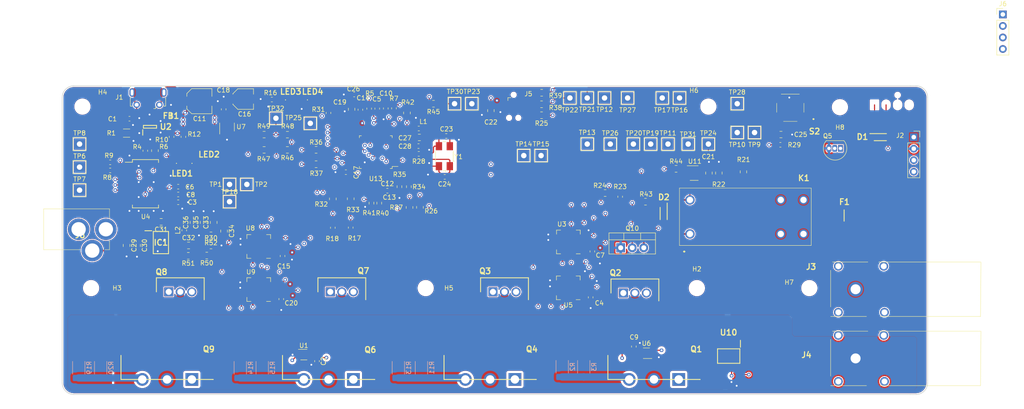
<source format=kicad_pcb>
(kicad_pcb (version 20211014) (generator pcbnew)
  (layers (0 "F.Cu" signal) (1 "In1.Cu" signal) (2 "In2.Cu" signal) (31 "B.Cu" signal) (34 "B.Paste" user) (35 "F.Paste" user) (36 "B.SilkS" user "B.Silkscreen") (37 "F.SilkS" user "F.Silkscreen") (38 "B.Mask" user) (39 "F.Mask" user) (44 "Edge.Cuts" user))
  (net 0 "")
  (net 1 "VCC")
  (net 2 "ADC1")
  (net 3 "ADC0")
  (net 4 "VDD_DEC")
  (net 5 "OSC_IN")
  (net 6 "Net-(C23-Pad1)")
  (net 7 "SDA")
  (net 8 "SCL")
  (net 9 "Net-(Q1-Pad3)")
  (net 10 "Net-(Q1-Pad1)")
  (net 11 "Net-(Q2-Pad1)")
  (net 12 "Net-(Q3-Pad3)")
  (net 13 "Net-(Q4-Pad3)")
  (net 14 "PWM1")
  (net 15 "Net-(Q6-Pad3)")
  (net 16 "Net-(Q6-Pad1)")
  (net 17 "Net-(Q7-Pad1)")
  (net 18 "Net-(Q8-Pad3)")
  (net 19 "Net-(Q9-Pad3)")
  (net 20 "NTO")
  (net 21 "Net-(R5-Pad2)")
  (net 22 "ICP")
  (net 23 "Net-(R8-Pad2)")
  (net 24 "Net-(R9-Pad2)")
  (net 25 "~{RESET}")
  (net 26 "OSC_OUT")
  (net 27 "Cutoff")
  (net 28 "TXD")
  (net 29 "RXD")
  (net 30 "Boot0")
  (net 31 "Net-(R31-Pad1)")
  (net 32 "Net-(R32-Pad1)")
  (net 33 "SHDN")
  (net 34 "WLAT")
  (net 35 "ADC2")
  (net 36 "ADC3")
  (net 37 "Bananajack+")
  (net 38 "GND")
  (net 39 "Net-(D1-Pad2)")
  (net 40 "Net-(D2-Pad2)")
  (net 41 "Net-(K1-Pad3)")
  (net 42 "Net-(J1-Pad3)")
  (net 43 "Net-(J1-Pad2)")
  (net 44 "Net-(FB1-Pad2)")
  (net 45 "Net-(LED1-Pad2)")
  (net 46 "Net-(LED1-Pad1)")
  (net 47 "Net-(LED2-Pad2)")
  (net 48 "Net-(LED2-Pad1)")
  (net 49 "Net-(LED3-Pad1)")
  (net 50 "Net-(LED4-Pad2)")
  (net 51 "NRST")
  (net 52 "SWO")
  (net 53 "SWDIO")
  (net 54 "Net-(F1-Pad1)")
  (net 55 "Net-(R33-Pad1)")
  (net 56 "Net-(TP1-Pad1)")
  (net 57 "Net-(TP2-Pad1)")
  (net 58 "Net-(TP6-Pad1)")
  (net 59 "Net-(TP7-Pad1)")
  (net 60 "Net-(TP8-Pad1)")
  (net 61 "Net-(TP13-Pad1)")
  (net 62 "Net-(TP16-Pad1)")
  (net 63 "Net-(R34-Pad1)")
  (net 64 "Net-(R36-Pad2)")
  (net 65 "Net-(R37-Pad2)")
  (net 66 "Net-(R38-Pad2)")
  (net 67 "SWCLK")
  (net 68 "Net-(R42-Pad2)")
  (net 69 "Net-(R44-Pad2)")
  (net 70 "Net-(C1-Pad2)")
  (net 71 "Net-(C3-Pad1)")
  (net 72 "Net-(C21-Pad1)")
  (net 73 "Net-(C26-Pad1)")
  (net 74 "Net-(C27-Pad1)")
  (net 75 "Net-(R7-Pad2)")
  (net 76 "Net-(R24-Pad1)")
  (net 77 "Net-(R25-Pad1)")
  (net 78 "Net-(R39-Pad2)")
  (net 79 "Net-(R46-Pad2)")
  (net 80 "Net-(R48-Pad2)")
  (net 81 "Net-(TP17-Pad1)")
  (net 82 "Net-(TP18-Pad1)")
  (net 83 "Net-(TP23-Pad1)")
  (net 84 "Net-(TP25-Pad1)")
  (net 85 "Net-(U3-Pad15)")
  (net 86 "Net-(U8-Pad15)")
  (net 87 "Net-(Q10-Pad2)")
  (net 88 "/WLAT_IC")
  (net 89 "/SHDN_IC")
  (net 90 "Net-(Q1-Pad2)")
  (net 91 "Net-(C29-Pad1)")
  (net 92 "Net-(C31-Pad2)")
  (net 93 "Net-(C31-Pad1)")
  (net 94 "Net-(C32-Pad2)")
  (net 95 "Net-(C32-Pad1)")
  (net 96 "Net-(C34-Pad2)")
  (net 97 "Net-(R50-Pad2)")
  (net 98 "24V_DC")
  (footprint "Capacitor_SMD:C_0805_2012Metric" (layer "F.Cu") (at 117.0432 48.2092 -90)
    (fp_text reference "C19")
    (fp_text value "4u7")
  )
  (footprint "Capacitor_SMD:C_0603_1608Metric" (layer "F.Cu") (at 137.876 54.0962)
    (fp_text reference "C23")
    (fp_text value "10p")
  )
  (footprint "Connector_USB:USB_Micro-B_Molex-105017-0001" (layer "F.Cu") (at 72.2155 45.7581 180)
    (fp_text reference "J1")
    (fp_text value "USB_B_Micro")
  )
  (footprint "Package_TO_SOT_THT:TO-92L_Inline" (layer "F.Cu") (at 224.663 56.8325 180)
    (fp_text reference "Q5")
    (fp_text value "Q_NMOS_DGS")
  )
  (footprint "Resistor_SMD:R_0603_1608Metric" (layer "F.Cu") (at 120.904 48.0695 90)
    (fp_text reference "R5")
    (fp_text value "1k")
  )
  (footprint "Resistor_SMD:R_0603_1608Metric" (layer "F.Cu") (at 211.4296 56.0451 180)
    (fp_text reference "R29")
    (fp_text value "10k")
  )
  (footprint "Resistor_SMD:R_0805_2012Metric" (layer "F.Cu") (at 172.847 66.675)
    (fp_text reference "R24")
    (fp_text value "0")
  )
  (footprint "Inductor_SMD:L_0603_1608Metric" (layer "F.Cu") (at 131.826 52.451 180)
    (fp_text reference "L1")
    (fp_text value "39n")
  )
  (footprint "Capacitor_SMD:C_0603_1608Metric" (layer "F.Cu") (at 122.682 48.0695 -90)
    (fp_text reference "C5")
    (fp_text value "100n")
  )
  (footprint "Resistor_SMD:R_0603_1608Metric" (layer "F.Cu") (at 126.365 48.006 90)
    (fp_text reference "R7")
    (fp_text value "1k")
  )
  (footprint "Capacitor_SMD:C_0805_2012Metric" (layer "F.Cu") (at 211.5566 53.7845)
    (fp_text reference "C25")
    (fp_text value "1u")
  )
  (footprint "Capacitor_SMD:C_0603_1608Metric" (layer "F.Cu") (at 137.541 63.119 180)
    (fp_text reference "C24")
    (fp_text value "10p")
  )
  (footprint "Capacitor_SMD:C_0805_2012Metric" (layer "F.Cu") (at 131.953 54.4195)
    (fp_text reference "C27")
    (fp_text value "1u")
  )
  (footprint "Capacitor_SMD:C_0603_1608Metric" (layer "F.Cu") (at 131.7625 56.3245)
    (fp_text reference "C28")
    (fp_text value "10n")
  )
  (footprint "Crystal:Crystal_SMD_0603-4Pin_6.0x3.5mm" (layer "F.Cu") (at 137.4595 58.5502 90)
    (fp_text reference "Y1")
    (fp_text value "16Mhz")
  )
  (footprint "Resistor_SMD:R_0603_1608Metric" (layer "F.Cu") (at 131.826 58.039)
    (fp_text reference "R28")
    (fp_text value "30")
  )
  (footprint "Connector_PinSocket_2.54mm:PinSocket_1x04_P2.54mm_Vertical" (layer "F.Cu") (at 240.792 54.356)
    (fp_text reference "J2")
    (fp_text value "Conn_01x04_Female")
  )
  (footprint "Resistor_SMD:R_0603_1608Metric" (layer "F.Cu") (at 176.1617 67.4878 -90)
    (fp_text reference "R23")
    (fp_text value "1k")
  )
  (footprint "Resistor_SMD:R_0603_1608Metric" (layer "F.Cu") (at 116.84 74.295 90)
    (fp_text reference "R17")
    (fp_text value "10k")
  )
  (footprint "Capacitor_SMD:C_0805_2012Metric" (layer "F.Cu") (at 195.7026 62.2721 90)
    (fp_text reference "C21")
    (fp_text value "10n")
  )
  (footprint "Package_TO_SOT_SMD:SOT-23-5" (layer "F.Cu") (at 192.4514 62.2721)
    (fp_text reference "U11")
    (fp_text value "MCP6L01Rx-xOT")
  )
  (footprint "Resistor_SMD:R_0805_2012Metric" (layer "F.Cu") (at 197.887 62.2721 -90)
    (fp_text reference "R22")
    (fp_text value "12k")
  )
  (footprint "Resistor_SMD:R_0805_2012Metric" (layer "F.Cu") (at 203.3016 62.0037 -90)
    (fp_text reference "R21")
    (fp_text value "68k")
  )
  (footprint "footprints:730992" (layer "F.Cu") (at 234.188 82.804 180)
    (fp_text reference "J3")
    (fp_text value "73099-0" hide)
  )
  (footprint "footprints:730992" (layer "F.Cu") (at 234.188 98.044 180)
    (fp_text reference "J4")
    (fp_text value "73099-2" hide)
  )
  (footprint "Package_DFN_QFN:QFN-20-1EP_5x5mm_P0.65mm_EP3.35x3.35mm" (layer "F.Cu") (at 96.5962 87.9475 180)
    (fp_text reference "U9")
    (fp_text value "MCP45HV31-104")
  )
  (footprint "SamacSys_Parts:G5RL1AETV8DC5" (layer "F.Cu") (at 191.516 75.692)
    (fp_text reference "K1")
    (fp_text value "G5RL-1A-E-TV8_DC5" hide)
  )
  (footprint "SamacSys_Parts:TO254P483X1010X2035-3P" (layer "F.Cu") (at 148.1582 88.4555)
    (fp_text reference "Q3")
    (fp_text value "MJE15032G" hide)
  )
  (footprint "Capacitor_SMD:C_0603_1608Metric" (layer "F.Cu") (at 101.83876 80.5561 90)
    (fp_text reference "C15")
    (fp_text value "100n")
  )
  (footprint "Package_DFN_QFN:QFN-20-1EP_5x5mm_P0.65mm_EP3.35x3.35mm" (layer "F.Cu") (at 96.5962 78.4479 180)
    (fp_text reference "U8")
    (fp_text value "MCP45HV31-502")
  )
  (footprint "SamacSys_Parts:SOIC127P600X175-8N" (layer "F.Cu") (at 200.0512 102.6085 -90)
    (fp_text reference "U10")
    (fp_text value "TMCS1100_Voltage_Sensor" hide)
  )
  (footprint "SamacSys_Parts:TO545P530X1980X2940-3P" (layer "F.Cu") (at 81.8642 107.7595 180)
    (fp_text reference "Q9")
    (fp_text value "MJL21194G" hide)
  )
  (footprint "Package_TO_SOT_SMD:SOT-353_SC-70-5" (layer "F.Cu") (at 181.9425 101.9846 180)
    (fp_text reference "U6")
    (fp_text value "MCP9700AT-ELT")
  )
  (footprint "SamacSys_Parts:TO254P483X1010X2035-3P" (layer "F.Cu") (at 112.3442 88.4555)
    (fp_text reference "Q7")
    (fp_text value "MJE15032G" hide)
  )
  (footprint "SamacSys_Parts:TO254P483X1010X2035-3P" (layer "F.Cu") (at 76.7842 88.4555)
    (fp_text reference "Q8")
    (fp_text value "MJE15032G" hide)
  )
  (footprint "Package_TO_SOT_SMD:SOT-353_SC-70-5" (layer "F.Cu") (at 106.5204 102.2878)
    (fp_text reference "U1")
    (fp_text value "MCP9700AT-ELT")
  )
  (footprint "Capacitor_SMD:C_0603_1608Metric" (layer "F.Cu") (at 109.4232 103.7336 -90)
    (fp_text reference "C2")
    (fp_text value "0u1")
  )
  (footprint "Capacitor_SMD:C_0603_1608Metric" (layer "F.Cu") (at 101.55428 90.05062 90)
    (fp_text reference "C20")
    (fp_text value "100n")
  )
  (footprint "Capacitor_SMD:C_0603_1608Metric" (layer "F.Cu") (at 179.1716 100.5079 90)
    (fp_text reference "C9")
    (fp_text value "0u1")
  )
  (footprint "SamacSys_Parts:TO545P530X1980X2940-3P" (layer "F.Cu") (at 152.9842 107.7595 180)
    (fp_text reference "Q4")
    (fp_text value "MJL21194G" hide)
  )
  (footprint "SamacSys_Parts:TO254P483X1010X2035-3P" (layer "F.Cu") (at 176.8602 88.7095)
    (fp_text reference "Q2")
    (fp_text value "MJE15032G" hide)
  )
  (footprint "SamacSys_Parts:TO545P530X1980X2940-3P" (layer "F.Cu") (at 117.4242 107.7595 180)
    (fp_text reference "Q6")
    (fp_text value "MJL21194G" hide)
  )
  (footprint "Capacitor_SMD:C_0603_1608Metric" (layer "F.Cu") (at 170.04 79.5474 90)
    (fp_text reference "C7")
    (fp_text value "100n")
  )
  (footprint "Capacitor_SMD:C_0603_1608Metric" (layer "F.Cu") (at 169.665 89.6699 90)
    (fp_text reference "C4")
    (fp_text value "100n")
  )
  (footprint "Package_DFN_QFN:QFN-20-1EP_5x5mm_P0.65mm_EP3.35x3.35mm" (layer "F.Cu") (at 164.74 87.5699 180)
    (fp_text reference "U5")
    (fp_text value "MCP45HV31-104")
  )
  (footprint "Package_DFN_QFN:QFN-20-1EP_5x5mm_P0.65mm_EP3.35x3.35mm" (layer "F.Cu") (at 164.765 77.4599 180)
    (fp_text reference "U3")
    (fp_text value "MCP45HV31-502")
  )
  (footprint "MountingHole:MountingHole_3.2mm_M3" (layer "F.Cu") (at 217.805 87.63)
    (fp_text reference "H7")
    (fp_text value "MountingHole")
  )
  (footprint "SamacSys_Parts:TO545P530X1980X2940-3P" (layer "F.Cu") (at 189.0522 107.7595 180)
    (fp_text reference "Q1")
    (fp_text value "MJL21194G" hide)
  )
  (footprint "Capacitor_SMD:C_0603_1608Metric" (layer "F.Cu") (at 124.9045 64.516 180)
    (fp_text reference "C12")
    (fp_text value "100n")
  )
  (footprint "MountingHole:MountingHole_3.2mm_M3" (layer "F.Cu") (at 57.785 47.625)
    (fp_text reference "H4")
    (fp_text value "MountingHole")
  )
  (footprint "MountingHole:MountingHole_3.2mm_M3" (layer "F.Cu") (at 193.04 87.63)
    (fp_text reference "H2")
    (fp_text value "MountingHole")
  )
  (footprint "MountingHole:MountingHole_3.2mm_M3" (layer "F.Cu") (at 224.536 47.752)
    (fp_text reference "H8")
    (fp_text value "MountingHole")
  )
  (footprint "Capacitor_SMD:C_0603_1608Metric" (layer "F.Cu") (at 124.5616 48.0314 -90)
    (fp_text reference "C10")
    (fp_text value "100n")
  )
  (footprint "SamacSys_Parts:SOD3716X145N" (layer "F.Cu") (at 233.426 54.356)
    (fp_text reference "D1")
    (fp_text value "1N4148W-7-F" hide)
  )
  (footprint "SamacSys_Parts:SOD3716X145N" (layer "F.Cu") (at 185.7375 71.1835 -90)
    (fp_text reference "D2")
    (fp_text value "1N4148W-7-F" hide)
  )
  (footprint "Resistor_SMD:R_0805_2012Metric" (layer "F.Cu") (at 73.73874 57.33796 90)
    (fp_text reference "R6")
    (fp_text value "0")
  )
  (footprint "Resistor_SMD:R_0603_1608Metric" (layer "F.Cu") (at 77.4065 54.2925 -90)
    (fp_text reference "R10")
    (fp_text value "50k")
  )
  (footprint "Resistor_SMD:R_0603_1608Metric" (layer "F.Cu") (at 80.01 54.2925 -90)
    (fp_text reference "R12")
    (fp_text value "50k")
  )
  (footprint "Resistor_SMD:R_0603_1608Metric" (layer "F.Cu") (at 63.8937 61.6839)
    (fp_text reference "R8")
    (fp_text value "100R")
  )
  (footprint "Resistor_SMD:R_0603_1608Metric" (layer "F.Cu") (at 99.4791 46.0629 180)
    (fp_text reference "R16")
    (fp_text value "50k")
  )
  (footprint "Resistor_SMD:R_0603_1608Metric" (layer "F.Cu") (at 63.8937 59.9059)
    (fp_text reference "R9")
    (fp_text value "100R")
  )
  (footprint "Capacitor_SMD:C_Elec_5x5.8" (layer "F.Cu") (at 83.5279 46.4312)
    (fp_text reference "C11")
    (fp_text value "10u")
  )
  (footprint "Capacitor_SMD:C_Elec_4x5.8" (layer "F.Cu") (at 93.1799 45.9613)
    (fp_text reference "C16")
    (fp_text value "10u")
  )
  (footprint "Capacitor_SMD:C_0603_1608Metric" (layer "F.Cu") (at 88.8723 48.2282 90)
    (fp_text reference "C18")
    (fp_text value "100n")
  )
  (footprint "Resistor_SMD:R_0805_2012Metric" (layer "F.Cu") (at 97.7773 57.1627)
    (fp_text reference "R47")
    (fp_text value "0")
  )
  (footprint "Package_TO_SOT_SMD:SOT-23-5" (layer "F.Cu") (at 89.6127 52.1255 90)
    (fp_text reference "U7")
    (fp_text value "AP2112K-3.3")
  )
  (footprint "Resistor_SMD:R_0805_2012Metric" (layer "F.Cu") (at 102.9081 53.8099 180)
    (fp_text reference "R48")
    (fp_text value "0")
  )
  (footprint "Package_SO:SSOP-28_5.3x10.2mm_P0.65mm" (layer "F.Cu") (at 71.6597 64.6281)
    (fp_text reference "U4")
    (fp_text value "FT232RL")
  )
  (footprint "Resistor_SMD:R_0805_2012Metric" (layer "F.Cu") (at 97.7799 53.7953)
    (fp_text reference "R49")
    (fp_text value "0")
  )
  (footprint "Resistor_SMD:R_0805_2012Metric" (layer "F.Cu") (at 102.8994 57.1627 180)
    (fp_text reference "R46")
    (fp_text value "0")
  )
  (footprint "Capacitor_SMD:C_0603_1608Metric" (layer "F.Cu") (at 78.867 65.278)
    (fp_text reference "C6")
    (fp_text value "0u1")
  )
  (footprint "SamacSys_Parts:SOT95P280X145-6N" (layer "F.Cu") (at 72.6567 52.07 90)
    (fp_text reference "U2")
    (fp_text value "SN65220IDBVRQ1" hide)
  )
  (footprint "Capacitor_SMD:C_0603_1608Metric" (layer "F.Cu") (at 78.867 66.9925)
    (fp_text reference "C8")
    (fp_text value "0u1")
  )
  (footprint "Capacitor_SMD:C_0603_1608Metric" (layer "F.Cu") (at 78.867 68.707)
    (fp_text reference "C3")
    (fp_text value "0u1")
  )
  (footprint "SamacSys_Parts:BEADC2012X110N" (layer "F.Cu") (at 77.2795 49.657 180)
    (fp_text reference "FB1")
    (fp_text value "MI0805K400R-10" hide)
  )
  (footprint "Resistor_SMD:R_0603_1608Metric" (layer "F.Cu") (at 71.62546 57.3532 90)
    (fp_text reference "R4")
    (fp_text value "0")
  )
  (footprint "SamacSys_Parts:155060GS75300" (layer "F.Cu") (at 78.4225 58.7375 90)
    (fp_text reference "LED1")
    (fp_text value "20mA" hide)
  )
  (footprint "SamacSys_Parts:155060GS75300" (layer "F.Cu") (at 81.8515 58.7375 90)
    (fp_text reference "LED2")
    (fp_text value "20mA" hide)
  )
  (footprint "MountingHole:MountingHole_3.2mm_M3" (layer "F.Cu") (at 133.35 87.63)
    (fp_text reference "H5")
    (fp_text value "MountingHole")
  )
  (footprint "SamacSys_Parts:FUSC6127X294N" (layer "F.Cu") (at 225.465 71.628)
    (fp_text reference "F1")
    (fp_text value "15A" hide)
  )
  (footprint "Capacitor_SMD:C_0805_2012Metric" (layer "F.Cu") (at 147.701 48.514 -90)
    (fp_text reference "C22")
    (fp_text value "100n")
  )
  (footprint "Resistor_SMD:R_0805_2012Metric" (layer "F.Cu") (at 109.22 57.15)
    (fp_text reference "R36")
    (fp_text value "0")
  )
  (footprint "Resistor_SMD:R_0805_2012Metric" (layer "F.Cu") (at 109.22 60.325)
    (fp_text reference "R37")
    (fp_text value "0")
  )
  (footprint "Resistor_SMD:R_0805_2012Metric" (layer "F.Cu") (at 181.737 68.58 180)
    (fp_text reference "R43")
    (fp_text value "0")
  )
  (footprint "Resistor_SMD:R_0805_2012Metric" (layer "F.Cu") (at 188.468 61.341 180)
    (fp_text reference "R44")
    (fp_text value "0")
  )
  (footprint "TestPoint:TestPoint_THTPad_2.5x2.5mm_Drill1.2mm" (layer "F.Cu") (at 205.74 53.34)
    (fp_text reference "TP9")
    (fp_text value "TestPoint")
  )
  (footprint "TestPoint:TestPoint_THTPad_2.5x2.5mm_Drill1.2mm" (layer "F.Cu") (at 201.93 53.34)
    (fp_text reference "TP10")
    (fp_text value "TestPoint")
  )
  (footprint "TestPoint:TestPoint_THTPad_2.5x2.5mm_Drill1.2mm" (layer "F.Cu") (at 154.94 58.42)
    (fp_text reference "TP14")
    (fp_text value "TestPoint")
  )
  (footprint "TestPoint:TestPoint_THTPad_2.5x2.5mm_Drill1.2mm" (layer "F.Cu") (at 158.75 58.42)
    (fp_text reference "TP15")
    (fp_text value "TestPoint")
  )
  (footprint "TestPoint:TestPoint_THTPad_2.5x2.5mm_Drill1.2mm" (layer "F.Cu") (at 186.69 55.88)
    (fp_text reference "TP11")
    (fp_text value "TestPoint")
  )
  (footprint "TestPoint:TestPoint_THTPad_2.5x2.5mm_Drill1.2mm" (layer "F.Cu") (at 172.72 45.72)
    (fp_text reference "TP12")
    (fp_text value "TestPoint")
  )
  (footprint "TestPoint:TestPoint_THTPad_2.5x2.5mm_Drill1.2mm" (layer "F.Cu") (at 182.88 55.88)
    (fp_text reference "TP19")
    (fp_text value "TestPoint")
  )
  (footprint "TestPoint:TestPoint_THTPad_2.5x2.5mm_Drill1.2mm" (layer "F.Cu") (at 179.07 55.88)
    (fp_text reference "TP20")
    (fp_text value "TestPoint")
  )
  (footprint "TestPoint:TestPoint_THTPad_2.5x2.5mm_Drill1.2mm" (layer "F.Cu") (at 168.91 45.72)
    (fp_text reference "TP21")
    (fp_text value "TestPoint")
  )
  (footprint "TestPoint:TestPoint_THTPad_2.5x2.5mm_Drill1.2mm" (layer "F.Cu") (at 165.1 45.72)
    (fp_text reference "TP22")
    (fp_text value "TestPoint")
  )
  (footprint "TestPoint:TestPoint_THTPad_2.5x2.5mm_Drill1.2mm" (layer "F.Cu") (at 173.99 55.88)
    (fp_text reference "TP26")
    (fp_text value "TestPoint")
  )
  (footprint "TestPoint:TestPoint_THTPad_2.5x2.5mm_Drill1.2mm" (layer "F.Cu") (at 177.8 45.72)
    (fp_text reference "TP27")
    (fp_text value "TestPoint")
  )
  (footprint "TestPoint:TestPoint_THTPad_2.5x2.5mm_Drill1.2mm" (layer "F.Cu") (at 139.7 46.99)
    (fp_text reference "TP30")
    (fp_text value "TestPoint")
  )
  (footprint "SamacSys_Parts:PTS645SJM73JSMTR92LFS" (layer "F.Cu") (at 213.614 47.879 180)
    (fp_text reference "S2")
    (fp_text value "PTS645SJM73JSMTR92_LFS" hide)
  )
  (footprint "TestPoint:TestPoint_THTPad_2.5x2.5mm_Drill1.2mm" (layer "F.Cu") (at 201.93 46.99)
    (fp_text reference "TP28")
    (fp_text value "TestPoint")
  )
  (footprint "Capacitor_SMD:C_0603_1608Metric" (layer "F.Cu") (at 68.1355 50.292 180)
    (fp_text reference "C1")
    (fp_text value "4u7")
  )
  (footprint "Resistor_SMD:R_0805_2012Metric" (layer "F.Cu") (at 112.903 67.9685 -90)
    (fp_text reference "R32")
    (fp_text value "0")
  )
  (footprint "Resistor_SMD:R_0805_2012Metric" (layer "F.Cu") (at 116.84 67.945 -90)
    (fp_text reference "R33")
    (fp_text value "0")
  )
  (footprint "TestPoint:TestPoint_THTPad_2.5x2.5mm_Drill1.2mm" (layer "F.Cu") (at 93.98 64.77)
    (fp_text reference "TP2")
    (fp_text value "TestPoint")
  )
  (footprint "TestPoint:TestPoint_THTPad_2.5x2.5mm_Drill1.2mm" (layer "F.Cu") (at 57.15 66.04)
    (fp_text reference "TP7")
    (fp_text value "TestPoint")
  )
  (footprint "TestPoint:TestPoint_THTPad_2.5x2.5mm_Drill1.2mm" (layer "F.Cu") (at 57.15 55.88)
    (fp_text reference "TP8")
    (fp_text value "TestPoint")
  )
  (footprint "TestPoint:TestPoint_THTPad_2.5x2.5mm_Drill1.2mm" (layer "F.Cu") (at 168.91 55.88)
    (fp_text reference "TP13")
    (fp_text value "TestPoint")
  )
  (footprint "TestPoint:TestPoint_THTPad_2.5x2.5mm_Drill1.2mm" (layer "F.Cu") (at 189.23 45.72)
    (fp_text reference "TP16")
    (fp_text value "TestPoint")
  )
  (footprint "TestPoint:TestPoint_THTPad_2.5x2.5mm_Drill1.2mm" (layer "F.Cu") (at 185.42 45.72)
    (fp_text reference "TP17")
    (fp_text value "TestPoint")
  )
  (footprint "TestPoint:TestPoint_THTPad_2.5x2.5mm_Drill1.2mm" (layer "F.Cu") (at 143.51 46.99)
    (fp_text reference "TP23")
    (fp_text value "TestPoint")
  )
  (footprint "TestPoint:TestPoint_THTPad_2.5x2.5mm_Drill1.2mm" (layer "F.Cu") (at 195.58 55.88)
    (fp_text reference "TP24")
    (fp_text value "TestPoint")
  )
  (footprint "TestPoint:TestPoint_THTPad_2.5x2.5mm_Drill1.2mm" (layer "F.Cu") (at 90.17 64.77)
    (fp_text reference "TP1")
    (fp_text value "TestPoint")
  )
  (footprint "TestPoint:TestPoint_THTPad_2.5x2.5mm_Drill1.2mm" (layer "F.Cu") (at 57.15 60.96)
    (fp_text reference "TP6")
    (fp_text value "TestPoint")
  )
  (footprint "MountingHole:MountingHole_3.2mm_M3" (layer "F.Cu") (at 195.58 47.625)
    (fp_text reference "H6")
    (fp_text value "MountingHole")
  )
  (footprint "Resistor_SMD:R_1206_3216Metric" (layer "F.Cu") (at 67.5005 53.467 180)
    (fp_text reference "R1")
    (fp_text value "1M")
  )
  (footprint "Resistor_SMD:R_0805_2012Metric" (layer "F.Cu") (at 158.8535 49.53 180)
    (fp_text reference "R25")
    (fp_text value "0")
  )
  (footprint "Resistor_SMD:R_0805_2012Metric" (layer "F.Cu") (at 158.877 44.577)
    (fp_text reference "R38")
    (fp_text value "0")
  )
  (footprint "Resistor_SMD:R_0805_2012Metric" (layer "F.Cu") (at 135.0645 46.99)
    (fp_text reference "R45")
    (fp_text value "0")
  )
  (footprint "Connector:Tag-Connect_TC2030-IDC-NL_2x03_P1.27mm_Vertical" (layer "F.Cu") (at 152.7175 47.5615 -90)
    (fp_text reference "J5")
    (fp_text value "Conn_02x03_Odd_Even")
  )
  (footprint "Resistor_SMD:R_0805_2012Metric" (layer "F.Cu") (at 158.8535 47.117)
    (fp_text reference "R39")
    (fp_text value "0")
  )
  (footprint "TestPoint:TestPoint_THTPad_2.5x2.5mm_Drill1.2mm" (layer "F.Cu") (at 107.95 51.308)
    (fp_text reference "TP25")
    (fp_text value "TestPoint")
  )
  (footprint "SamacSys_Parts:155060GS75300" (layer "F.Cu") (at 108.712 46.101)
    (fp_text reference "LED4")
    (fp_text value "20mA" hide)
  )
  (footprint "SamacSys_Parts:155060GS75300" (layer "F.Cu") (at 103.886 46.101)
    (fp_text reference "LED3")
    (fp_text value "20mA" hide)
  )
  (footprint "MountingHole:MountingHole_3.2mm_M3" (layer "F.Cu") (at 59.69 87.63)
    (fp_text reference "H3")
    (fp_text value "MountingHole")
  )
  (footprint "Resistor_SMD:R_0805_2012Metric" (layer "F.Cu") (at 129.2225 49.022 -90)
    (fp_text reference "R42")
    (fp_text value "0")
  )
  (footprint "Resistor_SMD:R_0805_2012Metric" (layer "F.Cu") (at 132.08 69.8265 -90)
    (fp_text reference "R26")
    (fp_text value "0")
  )
  (footprint "Capacitor_SMD:C_0603_1608Metric" (layer "F.Cu") (at 117.602 44.958 180)
    (fp_text reference "C26")
    (fp_text value "2u2")
  )
  (footprint "Resistor_SMD:R_0603_1608Metric" (layer "F.Cu") (at 129.6416 65.278 -90)
    (fp_text reference "R34")
    (fp_text value "10k")
  )
  (footprint "TestPoint:TestPoint_THTPad_2.5x2.5mm_Drill1.2mm" (layer "F.Cu") (at 90.17 68.58)
    (fp_text reference "TP18")
    (fp_text value "TestPoint")
  )
  (footprint "Resistor_SMD:R_0603_1608Metric" (layer "F.Cu") (at 121.412 68.8975 90)
    (fp_text reference "R41")
    (fp_text value "10k")
  )
  (footprint "Resistor_SMD:R_0603_1608Metric" (layer "F.Cu") (at 123.1265 68.8975 -90)
    (fp_text reference "R40")
    (fp_text value "n.b.")
  )
  (footprint "Resistor_SMD:R_0603_1608Metric" (layer "F.Cu") (at 112.903 74.3205 90)
    (fp_text reference "R18")
    (fp_text value "10k")
  )
  (footprint "Capacitor_SMD:C_0603_1608Metric" (layer "F.Cu") (at 124.9045 66.167 180)
    (fp_text reference "C13")
    (fp_text value "100n")
  )
  (footprint "Capacitor_SMD:C_0603_1608Metric" (layer "F.Cu") (at 115.7732 62.0776 180)
    (fp_text reference "C17")
    (fp_text value "100n")
  )
  (footprint "Resistor_SMD:R_0603_1608Metric" (layer "F.Cu") (at 111.9505 49.022 90)
    (fp_text reference "R31")
    (fp_text value "220R")
  )
  (footprint "Capacitor_SMD:C_0603_1608Metric" (layer "F.Cu") (at 118.9736 48.3108 -90)
    (fp_text reference "C14")
    (fp_text value "100n")
  )
  (footprint "Resistor_SMD:R_0603_1608Metric" (layer "F.Cu") (at 127.5715 65.278 -90)
    (fp_text reference "R35")
    (fp_text value "N.B.")
  )
  (footprint "TestPoint:TestPoint_THTPad_2.5x2.5mm_Drill1.2mm" (layer "F.Cu") (at 191.135 55.88)
    (fp_text reference "TP31")
    (fp_text value "TestPoint")
  )
  (footprint "TestPoint:TestPoint_THTPad_2.5x2.5mm_Drill1.2mm" (layer "F.Cu") (at 100.3808 50.1904)
    (fp_text reference "TP32")
    (fp_text value "TestPoint")
  )
  (footprint "Package_QFP:LQFP-48_7x7mm_P0.5mm" (layer "F.Cu") (at 122.3645 57.658 180)
    (fp_text reference "U13")
    (fp_text value "STM32F410CBTx")
  )
  (footprint "Package_TO_SOT_THT:TO-220-3_Vertical" (layer "F.Cu") (at 176.276 78.74)
    (fp_text reference "Q10")
    (fp_text value "2N2219")
  )
  (footprint "Resistor_SMD:R_0805_2012Metric" (layer "F.Cu") (at 129.794 69.85 -90)
    (fp_text reference "R27")
    (fp_text value "0")
  )
  (footprint "Capacitor_SMD:C_0805_2012Metric" (layer "F.Cu") (at 67.5005 78.2295 -90)
    (fp_text reference "C29")
    (fp_text value "10u")
  )
  (footprint "Capacitor_SMD:C_0805_2012Metric" (layer "F.Cu") (at 69.7865 78.2295 -90)
    (fp_text reference "C30")
    (fp_text value "0.1u")
  )
  (footprint "Capacitor_SMD:C_0805_2012Metric" (layer "F.Cu") (at 75.118 73.025 180)
    (fp_text reference "C31")
    (fp_text value "0.1u")
  )
  (footprint "Capacitor_SMD:C_0805_2012Metric" (layer "F.Cu") (at 81.1505 78.232)
    (fp_text reference "C32")
    (fp_text value "390p")
  )
  (footprint "Capacitor_SMD:C_0805_2012Metric" (layer "F.Cu") (at 86.6775 73.1495 90)
    (fp_text reference "C33")
    (fp_text value "10u")
  )
  (footprint "Capacitor_SMD:C_0805_2012Metric" (layer "F.Cu") (at 88.9635 75.0595 -90)
    (fp_text reference "C34")
    (fp_text value "12p")
  )
  (footprint "Capacitor_SMD:C_0805_2012Metric" (layer "F.Cu") (at 84.455 73.1495 90)
    (fp_text reference "C35")
    (fp_text value "10u")
  )
  (footprint "Capacitor_SMD:C_0805_2012Metric" (layer "F.Cu") (at 82.2325 73.1495 90)
    (fp_text reference "C36")
    (fp_text value "10u")
  )
  (footprint "Inductor_SMD:L_0603_1608Metric" (layer "F.Cu") (at 80.2005 74.892 90)
    (fp_text reference "L2")
    (fp_text value "6.8u")
  )
  (footprint "Resistor_SMD:R_0805_2012Metric" (layer "F.Cu") (at 86.0825 78.232)
    (fp_text reference "R30")
    (fp_text value "82k")
  )
  (footprint "Resistor_SMD:R_0805_2012Metric" (layer "F.Cu") (at 81.0895 80.518 180)
    (fp_text reference "R51")
    (fp_text value "430k")
  )
  (footprint "Resistor_SMD:R_0805_2012Metric" (layer "F.Cu") (at 86.0825 76.0095 180)
    (fp_text reference "R52")
    (fp_text value "82k")
  )
  (footprint "SamacSys_Parts:PRT00119" (layer "F.Cu") (at 57.277 75.946 180)
    (fp_text reference "J8")
    (fp_text value "PRT-00119" hide)
  )
  (footprint "SamacSys_Parts:SOIC127P600X165-8N" (layer "F.Cu") (at 75.057 77.597)
    (fp_text reference "IC1")
    (fp_text value "BD9E104FJ-E2" hide)
  )
  (footprint "Resistor_SMD:R_0805_2012Metric" (layer "F.Cu") (at 85.1535 80.4545 180)
    (fp_text reference "R50")
    (fp_text value "0")
  )
  (footprint "Connector_PinHeader_2.54mm:PinHeader_1x04_P2.54mm_Vertical" (layer "F.Cu") (at 260.4 27.306)
    (fp_text reference "J6")
    (fp_text value "Conn_01x04")
  )
  (footprint "Resistor_SMD:R_2010_5025Metric" (layer "B.Cu") (at 168.142654 104.976316 90)
    (fp_text reference "R3")
    (fp_text value "0.1")
  )
  (footprint "Resistor_SMD:R_2010_5025Metric" (layer "B.Cu") (at 97.3582 105.1835 90)
    (fp_text reference "R15")
    (fp_text value "0.1")
  )
  (footprint "Resistor_SMD:R_2010_5025Metric" (layer "B.Cu") (at 56.9722 105.1835 90)
    (fp_text reference "R19")
    (fp_text value "0.1")
  )
  (footprint "Resistor_SMD:R_2010_5025Metric" (layer "B.Cu") (at 92.5322 105.1835 90)
    (fp_text reference "R14")
    (fp_text value "0.1")
  )
  (footprint "Resistor_SMD:R_2010_5025Metric" (layer "B.Cu") (at 163.3982 104.9655 90)
    (fp_text reference "R2")
    (fp_text value "0.1")
  )
  (footprint "Resistor_SMD:R_2010_5025Metric" (layer "B.Cu") (at 132.4102 105.1835 90)
    (fp_text reference "R11")
    (fp_text value "0.1")
  )
  (footprint "Resistor_SMD:R_2010_5025Metric" (layer "B.Cu") (at 61.7982 105.1835 90)
    (fp_text reference "R20")
    (fp_text value "0.1")
  )
  (footprint "Resistor_SMD:R_2010_5025Metric" (layer "B.Cu") (at 127.3302 105.1835 90)
    (fp_text reference "R13")
    (fp_text value "0.1")
  )
  (gr_arc (start 53.340269 45.629998) (mid 54.070915 43.810077) (end 55.88 43.053) (layer "Edge.Cuts") (width 0.15))
  (gr_line (start 243.84 107.95) (end 243.84 45.593) (layer "Edge.Cuts") (width 0.15))
  (gr_line (start 55.88 111.0615) (end 240.03 111.0615) (layer "Edge.Cuts") (width 0.15))
  (gr_line (start 53.340269 45.629998) (end 53.340269 107.95) (layer "Edge.Cuts") (width 0.15))
  (gr_line (start 240.03 111.0615) (end 241.3 111.0615) (layer "Edge.Cuts") (width 0.15))
  (gr_line (start 243.84 107.95) (end 243.84 108.5215) (layer "Edge.Cuts") (width 0.15))
  (gr_line (start 53.340269 107.95) (end 53.340269 108.5215) (layer "Edge.Cuts") (width 0.15))
  (gr_line (start 240.03 43.053) (end 55.88 43.053) (layer "Edge.Cuts") (width 0.15))
  (gr_arc (start 55.88 111.0615) (mid 54.083949 110.317551) (end 53.34 108.5215) (layer "Edge.Cuts") (width 0.15))
  (gr_arc (start 243.84 108.5215) (mid 243.096051 110.317551) (end 241.3 111.0615) (layer "Edge.Cuts") (width 0.15))
  (gr_line (start 240.03 43.053) (end 241.3 43.053) (layer "Edge.Cuts") (width 0.15))
  (gr_arc (start 241.3 43.053) (mid 243.096051 43.796949) (end 243.84 45.593) (layer "Edge.Cuts") (width 0.15))
  (segment (start 231.726 52.1825) (end 231.726 54.356) (width 0.25) (layer "F.Cu") (net 0))
  (segment (start 232.156 51.7525) (end 231.726 52.1825) (width 0.25) (layer "F.Cu") (net 0))
  (segment (start 232.156 47.244) (end 232.156 51.7525) (width 0.25) (layer "F.Cu") (net 0))
  (segment (start 107.4704 102.9378) (end 108.8164 102.9378) (width 0.25) (layer "F.Cu") (net 1))
  (segment (start 111.5314 102.9463) (end 111.4932 102.9463) (width 0.25) (layer "F.Cu") (net 1))
  (segment (start 108.8164 102.9378) (end 108.8244 102.9458) (width 0.25) (layer "F.Cu") (net 1))
  (segment (start 108.8249 102.9463) (end 108.8244 102.9458) (width 0.25) (layer "F.Cu") (net 1))
  (segment (start 179.192 101.3205) (end 179.2021 101.3306) (width 0.25) (layer "F.Cu") (net 1))
  (segment (start 179.1948 101.3233) (end 179.2021 101.3306) (width 0.25) (layer "F.Cu") (net 1))
  (segment (start 179.2021 101.3306) (end 180.9885 101.3306) (width 0.25) (layer "F.Cu") (net 1))
  (segment (start 180.9885 101.3306) (end 180.9925 101.3346) (width 0.25) (layer "F.Cu") (net 1))
  (segment (start 204.4954 106.6927) (end 204.4954 106.6927) (width 0.25) (layer "F.Cu") (net 1))
  (segment (start 201.9562 106.4395) (end 202.2094 106.6927) (width 0.25) (layer "F.Cu") (net 1))
  (segment (start 202.2094 106.6927) (end 204.4954 106.6927) (width 0.25) (layer "F.Cu") (net 1))
  (segment (start 201.9562 105.3195) (end 201.9562 106.4395) (width 0.25) (layer "F.Cu") (net 1))
  (segment (start 176.5935 103.0605) (end 176.5935 103.124) (width 0.25) (layer "F.Cu") (net 1))
  (segment (start 111.4932 102.9463) (end 108.8249 102.9463) (width 0.25) (layer "F.Cu") (net 1))
  (segment (start 78.1295 49.657) (end 79.6925 49.657) (width 0.4) (layer "F.Cu") (net 1))
  (segment (start 86.0552 48.6029) (end 86.8807 49.4284) (width 0.4) (layer "F.Cu") (net 1))
  (segment (start 86.8807 51.562) (end 87.376 52.0573) (width 0.4) (layer "F.Cu") (net 1))
  (segment (start 77.4065 53.505) (end 78.702 53.505) (width 0.4) (layer "F.Cu") (net 1))
  (segment (start 76.93025 65.37325) (end 77.0255 65.278) (width 0.25) (layer "F.Cu") (net 1))
  (segment (start 79.9717 49.9362) (end 79.9717 49.3778) (width 0.4) (layer "F.Cu") (net 1))
  (segment (start 79.6925 49.657) (end 79.9717 49.9362) (width 0.4) (layer "F.Cu") (net 1))
  (segment (start 78.702 53.505) (end 80.01 53.505) (width 0.4) (layer "F.Cu") (net 1))
  (segment (start 78.0795 66.9925) (end 78.0795 65.278) (width 0.25) (layer "F.Cu") (net 1))
  (segment (start 79.9717 53.4667) (end 80.01 53.505) (width 0.4) (layer "F.Cu") (net 1))
  (segment (start 79.9717 49.3778) (end 80.391 48.9585) (width 0.4) (layer "F.Cu") (net 1))
  (segment (start 87.376 52.0573) (end 88.6079 52.0573) (width 0.4) (layer "F.Cu") (net 1))
  (segment (start 79.9717 51.4098) (end 79.9717 53.4667) (width 0.4) (layer "F.Cu") (net 1))
  (segment (start 81.9658 48.6029) (end 86.0552 48.6029) (width 0.4) (layer "F.Cu") (net 1))
  (segment (start 80.9498 48.6029) (end 81.4324 48.6029) (width 0.4) (layer "F.Cu") (net 1))
  (segment (start 86.8807 49.4284) (end 86.8807 50.0888) (width 0.4) (layer "F.Cu") (net 1))
  (segment (start 86.8807 50.0888) (end 86.8807 50.9778) (width 0.4) (layer "F.Cu") (net 1))
  (segment (start 75.2597 66.2531) (end 75.2597 65.6031) (width 0.25) (layer "F.Cu") (net 1))
  (segment (start 77.0255 65.278) (end 78.0795 65.278) (width 0.25) (layer "F.Cu") (net 1))
  (segment (start 79.6925 49.657) (end 79.9717 49.3778) (width 0.4) (layer "F.Cu") (net 1))
  (segment (start 79.9717 50.5208) (end 79.9717 49.9362) (width 0.4) (layer "F.Cu") (net 1))
  (segment (start 79.9717 51.4098) (end 79.9717 50.5208) (width 0.4) (layer "F.Cu") (net 1))
  (segment (start 76.7004 65.6031) (end 76.93025 65.37325) (width 0.25) (layer "F.Cu") (net 1))
  (segment (start 80.391 48.9585) (end 80.7466 48.6029) (width 0.4) (layer "F.Cu") (net 1))
  (segment (start 75.2673 65.5955) (end 75.2597 65.6031) (width 0.25) (layer "F.Cu") (net 1))
  (segment (start 80.7466 48.6029) (end 80.9498 48.6029) (width 0.4) (layer "F.Cu") (net 1))
  (segment (start 86.8807 50.9778) (end 86.8807 51.562) (width 0.4) (layer "F.Cu") (net 1))
  (segment (start 75.2597 65.6031) (end 76.7004 65.6031) (width 0.25) (layer "F.Cu") (net 1))
  (segment (start 81.4654 46.4312) (end 81.4654 48.1025) (width 0.4) (layer "F.Cu") (net 1))
  (segment (start 81.4654 48.1025) (end 81.9658 48.6029) (width 0.4) (layer "F.Cu") (net 1))
  (segment (start 88.6079 52.0573) (end 90.3245 52.0573) (width 0.4) (layer "F.Cu") (net 1))
  (segment (start 90.3245 52.0573) (end 90.5627 52.2955) (width 0.4) (layer "F.Cu") (net 1))
  (segment (start 90.5627 52.2955) (end 90.5627 53.2255) (width 0.4) (layer "F.Cu") (net 1))
  (segment (start 81.4654 48.5699) (end 81.4324 48.6029) (width 0.4) (layer "F.Cu") (net 1))
  (segment (start 81.4502 48.1025) (end 80.9498 48.6029) (width 0.4) (layer "F.Cu") (net 1))
  (segment (start 88.6079 53.1707) (end 88.6627 53.2255) (width 0.4) (layer "F.Cu") (net 1))
  (segment (start 81.4654 48.1025) (end 81.4502 48.1025) (width 0.4) (layer "F.Cu") (net 1))
  (segment (start 81.4324 48.6029) (end 81.9658 48.6029) (width 0.4) (layer "F.Cu") (net 1))
  (segment (start 88.6079 52.0573) (end 88.6079 53.1707) (width 0.4) (layer "F.Cu") (net 1))
  (segment (start 186.189 68.192) (end 191.516 68.192) (width 0.4) (layer "F.Cu") (net 1))
  (segment (start 179.1716 101.2954) (end 178.5749 101.2954) (width 0.25) (layer "F.Cu") (net 1))
  (segment (start 68.0597 62.3531) (end 69.8539 62.3531) (width 0.25) (layer "F.Cu") (net 1))
  (segment (start 178.5749 101.2954) (end 177.3426 101.2954) (width 0.25) (layer "F.Cu") (net 1))
  (segment (start 191.516 65.532) (end 190.246 64.262) (width 0.25) (layer "F.Cu") (net 1))
  (segment (start 190.246 64.262) (end 190.246 62.484) (width 0.25) (layer "F.Cu") (net 1))
  (segment (start 185.7375 69.4835) (end 185.7375 68.6435) (width 0.4) (layer "F.Cu") (net 1))
  (segment (start 176.5935 102.0445) (end 176.5935 103.0605) (width 0.25) (layer "F.Cu") (net 1))
  (segment (start 177.3426 101.2954) (end 176.5935 102.0445) (width 0.25) (layer "F.Cu") (net 1))
  (segment (start 69.8539 62.3531) (end 70.231 61.976) (width 0.25) (layer "F.Cu") (net 1))
  (segment (start 191.516 68.192) (end 191.516 65.532) (width 0.25) (layer "F.Cu") (net 1))
  (segment (start 190.4579 62.2721) (end 191.3514 62.2721) (width 0.25) (layer "F.Cu") (net 1))
  (segment (start 185.7375 68.6435) (end 186.189 68.192) (width 0.4) (layer "F.Cu") (net 1))
  (segment (start 190.246 62.484) (end 190.4579 62.2721) (width 0.25) (layer "F.Cu") (net 1))
  (via (at 204.4954 106.6927) (size 0.8) (drill 0.4) (layers "F.Cu" "B.Cu") (net 1))
  (via (at 79.9717 51.4098) (size 0.8) (drill 0.4) (layers "F.Cu" "B.Cu") (net 1))
  (via (at 79.9717 50.5208) (size 0.8) (drill 0.4) (layers "F.Cu" "B.Cu") (net 1))
  (via (at 80.391 48.9585) (size 0.8) (drill 0.4) (layers "F.Cu" "B.Cu") (net 1))
  (via (at 78.702 53.505) (size 0.8) (drill 0.4) (layers "F.Cu" "B.Cu") (net 1))
  (via (at 76.93025 65.37325) (size 0.8) (drill 0.4) (layers "F.Cu" "B.Cu") (net 1))
  (via (at 86.8807 50.9778) (size 0.8) (drill 0.4) (layers "F.Cu" "B.Cu") (net 1))
  (via (at 86.8807 50.0888) (size 0.8) (drill 0.4) (layers "F.Cu" "B.Cu") (net 1))
  (via (at 176.5935 103.0605) (size 0.8) (drill 0.4) (layers "F.Cu" "B.Cu") (net 1))
  (via (at 111.4932 102.9463) (size 0.8) (drill 0.4) (layers "F.Cu" "B.Cu") (net 1))
  (via (at 70.231 61.976) (size 0.8) (drill 0.4) (layers "F.Cu" "B.Cu") (net 1))
  (segment (start 134.152 45.4425) (end 134.152 45.4425) (width 0.25) (layer "F.Cu") (net 2))
  (segment (start 134.152 46.99) (end 134.152 45.4425) (width 0.25) (layer "F.Cu") (net 2))
  (segment (start 121.8818 50.1268) (end 121.92 50.165) (width 0.25) (layer "F.Cu") (net 2))
  (segment (start 135.977 46.99) (end 139.7 46.99) (width 0.25) (layer "F.Cu") (net 2))
  (segment (start 122.751998 50.165) (end 123.6145 51.027502) (width 0.25) (layer "F.Cu") (net 2))
  (segment (start 123.6145 51.027502) (end 123.6145 53.4955) (width 0.25) (layer "F.Cu") (net 2))
  (segment (start 121.92 50.165) (end 122.751998 50.165) (width 0.25) (layer "F.Cu") (net 2))
  (segment (start 121.8818 48.857) (end 121.8818 50.1268) (width 0.25) (layer "F.Cu") (net 2))
  (segment (start 120.904 48.857) (end 121.8818 48.857) (width 0.25) (layer "F.Cu") (net 2))
  (segment (start 121.8818 48.857) (end 122.682 48.857) (width 0.25) (layer "F.Cu") (net 2))
  (via (at 134.152 45.4425) (size 0.8) (drill 0.4) (layers "F.Cu" "B.Cu") (net 2))
  (via (at 121.92 50.165) (size 0.8) (drill 0.4) (layers "F.Cu" "B.Cu") (net 2))
  (segment (start 124.5616 48.8189) (end 126.3396 48.8189) (width 0.25) (layer "F.Cu") (net 3))
  (segment (start 128.0395 48.1095) (end 129.2225 48.1095) (width 0.25) (layer "F.Cu") (net 3))
  (segment (start 126.3396 48.8189) (end 126.365 48.7935) (width 0.25) (layer "F.Cu") (net 3))
  (segment (start 126.365 48.7935) (end 127.3555 48.7935) (width 0.25) (layer "F.Cu") (net 3))
  (segment (start 127.3555 48.7935) (end 128.0395 48.1095) (width 0.25) (layer "F.Cu") (net 3))
  (segment (start 101.97026 79.7479) (end 101.97084 79.74848) (width 0.25) (layer "F.Cu") (net 4))
  (segment (start 101.68568 89.2475) (end 101.68636 89.24818) (width 0.25) (layer "F.Cu") (net 4))
  (segment (start 104.0639 89.26312) (end 104.16042 89.26312) (width 0.25) (layer "F.Cu") (net 4))
  (segment (start 101.55428 89.26312) (end 104.0639 89.26312) (width 0.25) (layer "F.Cu") (net 4))
  (segment (start 100.08108 87.9475) (end 100.72624 87.30234) (width 0.25) (layer "F.Cu") (net 4))
  (segment (start 99.0462 87.9475) (end 99.82708 87.9475) (width 0.25) (layer "F.Cu") (net 4))
  (segment (start 99.82708 87.9475) (end 100.08108 87.9475) (width 0.25) (layer "F.Cu") (net 4))
  (segment (start 103.33218 79.7686) (end 103.33218 79.7686) (width 0.25) (layer "F.Cu") (net 4))
  (segment (start 101.83876 79.7686) (end 103.33218 79.7686) (width 0.25) (layer "F.Cu") (net 4))
  (segment (start 99.0462 89.2475) (end 101.53866 89.2475) (width 0.25) (layer "F.Cu") (net 4))
  (segment (start 101.53866 89.2475) (end 101.55428 89.26312) (width 0.25) (layer "F.Cu") (net 4))
  (segment (start 99.0462 79.7479) (end 101.81806 79.7479) (width 0.25) (layer "F.Cu") (net 4))
  (segment (start 99.0462 79.7479) (end 99.36624 79.7479) (width 0.25) (layer "F.Cu") (net 4))
  (segment (start 101.81806 79.7479) (end 101.83876 79.7686) (width 0.25) (layer "F.Cu") (net 4))
  (segment (start 171.765 78.7599) (end 171.765 78.7599) (width 0.25) (layer "F.Cu") (net 4))
  (segment (start 171.465 78.7599) (end 171.765 78.7599) (width 0.25) (layer "F.Cu") (net 4))
  (segment (start 170.04 78.7599) (end 171.465 78.7599) (width 0.25) (layer "F.Cu") (net 4))
  (segment (start 167.17452 78.7296) (end 167.49456 78.7296) (width 0.25) (layer "F.Cu") (net 4))
  (segment (start 167.19 88.8699) (end 169.6525 88.8699) (width 0.25) (layer "F.Cu") (net 4))
  (segment (start 169.6525 88.8699) (end 169.665 88.8824) (width 0.25) (layer "F.Cu") (net 4))
  (segment (start 167.215 78.7599) (end 169.115 78.7599) (width 0.25) (layer "F.Cu") (net 4))
  (segment (start 169.115 78.7599) (end 170.04 78.7599) (width 0.25) (layer "F.Cu") (net 4))
  (segment (start 152.0825 46.2915) (end 149.0345 46.2915) (width 0.25) (layer "F.Cu") (net 4))
  (segment (start 149.0345 46.2915) (end 149.0345 46.2915) (width 0.25) (layer "F.Cu") (net 4))
  (segment (start 103.9495 79.756) (end 103.8986 79.7686) (width 0.25) (layer "F.Cu") (net 4))
  (segment (start 103.505 86.741) (end 103.505 86.741) (width 0.25) (layer "F.Cu") (net 4))
  (segment (start 119.38 51.2572) (end 119.3292 51.2064) (width 0.25) (layer "F.Cu") (net 4))
  (segment (start 119.6145 53.4955) (end 119.6145 51.4917) (width 0.25) (layer "F.Cu") (net 4))
  (segment (start 116.5607 62.0776) (end 116.5607 60.7821) (width 0.25) (layer "F.Cu") (net 4))
  (segment (start 102.94366 87.30234) (end 103.505 86.741) (width 0.25) (layer "F.Cu") (net 4))
  (segment (start 116.5607 60.7821) (end 116.9348 60.408) (width 0.25) (layer "F.Cu") (net 4))
  (segment (start 103.33218 79.7686) (end 103.9495 79.756) (width 0.25) (layer "F.Cu") (net 4))
  (segment (start 119.6145 51.4917) (end 119.38 51.2572) (width 0.25) (layer "F.Cu") (net 4))
  (segment (start 119.6145 53.4955) (end 119.6145 52.4061) (width 0.25) (layer "F.Cu") (net 4))
  (segment (start 116.9348 60.408) (end 118.202 60.408) (width 0.25) (layer "F.Cu") (net 4))
  (segment (start 100.72624 87.30234) (end 102.94366 87.30234) (width 0.25) (layer "F.Cu") (net 4))
  (via (at 171.765 78.7599) (size 0.8) (drill 0.4) (layers "F.Cu" "B.Cu") (net 4))
  (via (at 104.0639 89.26312) (size 0.8) (drill 0.4) (layers "F.Cu" "B.Cu") (net 4))
  (via (at 149.0345 46.2915) (size 0.8) (drill 0.4) (layers "F.Cu" "B.Cu") (net 4))
  (via (at 103.505 86.741) (size 0.8) (drill 0.4) (layers "F.Cu" "B.Cu") (net 4))
  (via (at 119.38 51.2572) (size 0.8) (drill 0.4) (layers "F.Cu" "B.Cu") (net 4))
  (via (at 103.9495 79.756) (size 0.8) (drill 0.4) (layers "F.Cu" "B.Cu") (net 4))
  (segment (start 138.6595 63.042) (end 138.646 63.0555) (width 0.25) (layer "F.Cu") (net 5))
  (segment (start 138.6595 62.0005) (end 138.6595 60.7502) (width 0.25) (layer "F.Cu") (net 5))
  (segment (start 138.43 59.2455) (end 129.4765 59.2455) (width 0.25) (layer "F.Cu") (net 5))
  (segment (start 138.6595 60.7502) (end 138.6595 59.475) (width 0.25) (layer "F.Cu") (net 5))
  (segment (start 138.3285 62.3315) (end 138.6595 62.0005) (width 0.25) (layer "F.Cu") (net 5))
  (segment (start 138.6595 59.475) (end 138.43 59.2455) (width 0.25) (layer "F.Cu") (net 5))
  (segment (start 138.6595 63.242) (end 138.6635 63.246) (width 0.25) (layer "F.Cu") (net 5))
  (segment (start 129.4765 59.2455) (end 128.639 58.408) (width 0.25) (layer "F.Cu") (net 5))
  (segment (start 138.3285 63.119) (end 138.3285 62.3315) (width 0.25) (layer "F.Cu") (net 5))
  (segment (start 128.639 58.408) (end 126.527 58.408) (width 0.25) (layer "F.Cu") (net 5))
  (segment (start 136.2595 54.3675) (end 136.5308 54.0962) (width 0.25) (layer "F.Cu") (net 6))
  (segment (start 136.5308 54.0962) (end 137.0885 54.0962) (width 0.25) (layer "F.Cu") (net 6))
  (segment (start 132.6135 58.039) (end 134.112 58.039) (width 0.25) (layer "F.Cu") (net 6))
  (segment (start 134.6835 58.039) (end 134.112 58.039) (width 0.25) (layer "F.Cu") (net 6))
  (segment (start 136.2595 56.3502) (end 135.2928 56.3502) (width 0.25) (layer "F.Cu") (net 6))
  (segment (start 135.0645 57.658) (end 134.6835 58.039) (width 0.25) (layer "F.Cu") (net 6))
  (segment (start 135.2928 56.3502) (end 135.0645 56.5785) (width 0.25) (layer "F.Cu") (net 6))
  (segment (start 135.0645 56.5785) (end 135.0645 57.658) (width 0.25) (layer "F.Cu") (net 6))
  (segment (start 136.2595 56.3502) (end 136.2595 54.3675) (width 0.25) (layer "F.Cu") (net 6))
  (segment (start 102.4352 85.7755) (end 102.4352 85.7755) (width 0.25) (layer "F.Cu") (net 7))
  (segment (start 100.09467 87.2975) (end 100.693249 86.698921) (width 0.25) (layer "F.Cu") (net 7))
  (segment (start 99.0462 87.2975) (end 100.09467 87.2975) (width 0.25) (layer "F.Cu") (net 7))
  (segment (start 100.693249 86.698921) (end 101.511779 86.698921) (width 0.25) (layer "F.Cu") (net 7))
  (segment (start 101.511779 86.698921) (end 102.4352 85.7755) (width 0.25) (layer "F.Cu") (net 7))
  (segment (start 169.926 85.0519) (end 169.926 85.0519) (width 0.25) (layer "F.Cu") (net 7))
  (segment (start 167.19 86.9199) (end 168.058 86.9199) (width 0.25) (layer "F.Cu") (net 7))
  (segment (start 168.402 86.5759) (end 169.926 85.0519) (width 0.25) (layer "F.Cu") (net 7))
  (segment (start 168.058 86.9199) (end 168.402 86.5759) (width 0.25) (layer "F.Cu") (net 7))
  (segment (start 102.489 76.5175) (end 102.489 76.5175) (width 0.25) (layer "F.Cu") (net 7))
  (segment (start 170.325999 72.154999) (end 170.325999 72.154999) (width 0.25) (layer "F.Cu") (net 7))
  (segment (start 107.9754 76.5556) (end 102.5271 76.5556) (width 0.25) (layer "F.Cu") (net 7))
  (segment (start 102.5271 76.5556) (end 102.489 76.5175) (width 0.25) (layer "F.Cu") (net 7))
  (segment (start 107.9373 76.5175) (end 107.9754 76.5556) (width 0.25) (layer "F.Cu") (net 7))
  (segment (start 170.325999 76.054001) (end 170.325999 72.789999) (width 0.25) (layer "F.Cu") (net 7))
  (segment (start 116.84 68.8575) (end 116.84 73.5075) (width 0.25) (layer "F.Cu") (net 7))
  (segment (start 100.50107 77.7979) (end 101.78147 76.5175) (width 0.25) (layer "F.Cu") (net 7))
  (segment (start 167.215 76.8099) (end 168.34 76.8099) (width 0.25) (layer "F.Cu") (net 7))
  (segment (start 99.0462 77.7979) (end 100.50107 77.7979) (width 0.25) (layer "F.Cu") (net 7))
  (segment (start 168.377922 76.7796) (end 169.104041 76.053481) (width 0.25) (layer "F.Cu") (net 7))
  (segment (start 170.325999 72.789999) (end 170.325999 72.154999) (width 0.25) (layer "F.Cu") (net 7))
  (segment (start 169.104041 76.053481) (end 170.325479 76.053481) (width 0.25) (layer "F.Cu") (net 7))
  (segment (start 168.34 76.8099) (end 168.3703 76.7796) (width 0.25) (layer "F.Cu") (net 7))
  (segment (start 170.325479 76.053481) (end 170.325999 76.054001) (width 0.25) (layer "F.Cu") (net 7))
  (segment (start 101.78147 76.5175) (end 102.489 76.5175) (width 0.25) (layer "F.Cu") (net 7))
  (segment (start 168.3703 76.7796) (end 168.377922 76.7796) (width 0.25) (layer "F.Cu") (net 7))
  (via (at 102.4352 85.7755) (size 0.8) (drill 0.4) (layers "F.Cu" "B.Cu") (net 7))
  (via (at 169.926 85.0519) (size 0.8) (drill 0.4) (layers "F.Cu" "B.Cu") (net 7))
  (via (at 170.325999 76.054001) (size 0.8) (drill 0.4) (layers "F.Cu" "B.Cu") (net 7))
  (via (at 102.489 76.5175) (size 0.8) (drill 0.4) (layers "F.Cu" "B.Cu") (net 7))
  (via (at 116.84 72.136) (size 0.8) (drill 0.4) (layers "F.Cu" "B.Cu") (net 7))
  (via (at 170.325999 72.154999) (size 0.8) (drill 0.4) (layers "F.Cu" "B.Cu") (net 7))
  (via (at 107.9754 76.5556) (size 0.8) (drill 0.4) (layers "F.Cu" "B.Cu") (net 7))
  (segment (start 172.9105 77.6095) (end 172.9105 77.6095) (width 0.25) (layer "F.Cu") (net 8))
  (segment (start 172.9105 77.6095) (end 172.92872 77.62772) (width 0.25) (layer "F.Cu") (net 8))
  (segment (start 99.0462 88.5975) (end 100.1382 88.5975) (width 0.25) (layer "F.Cu") (net 8))
  (segment (start 99.0462 79.0979) (end 99.1962 78.9479) (width 0.25) (layer "F.Cu") (net 8))
  (segment (start 105.226679 78.634421) (end 105.226679 78.634421) (width 0.25) (layer "F.Cu") (net 8))
  (segment (start 100.937369 78.634421) (end 105.226679 78.634421) (width 0.25) (layer "F.Cu") (net 8))
  (segment (start 99.1962 78.9479) (end 100.62389 78.9479) (width 0.25) (layer "F.Cu") (net 8))
  (segment (start 172.92872 77.62772) (end 172.92872 77.62772) (width 0.25) (layer "F.Cu") (net 8))
  (segment (start 100.1382 88.5975) (end 100.6352 88.1005) (width 0.25) (layer "F.Cu") (net 8))
  (segment (start 100.62389 78.9479) (end 100.937369 78.634421) (width 0.25) (layer "F.Cu") (net 8))
  (segment (start 171.0055 87.3379) (end 171.0055 87.3379) (width 0.25) (layer "F.Cu") (net 8))
  (segment (start 168.0915 88.2199) (end 168.9735 87.3379) (width 0.25) (layer "F.Cu") (net 8))
  (segment (start 168.9735 87.3379) (end 171.0055 87.3379) (width 0.25) (layer "F.Cu") (net 8))
  (segment (start 167.19 88.2199) (end 168.0915 88.2199) (width 0.25) (layer "F.Cu") (net 8))
  (segment (start 172.92872 77.62772) (end 168.802622 77.62772) (width 0.25) (layer "F.Cu") (net 8))
  (segment (start 168.802622 77.62772) (end 168.320442 78.1099) (width 0.25) (layer "F.Cu") (net 8))
  (segment (start 168.320442 78.1099) (end 167.215 78.1099) (width 0.25) (layer "F.Cu") (net 8))
  (segment (start 172.9105 77.6095) (end 172.9105 71.1887) (width 0.25) (layer "F.Cu") (net 8))
  (segment (start 172.9105 71.1887) (end 172.9079 71.1861) (width 0.25) (layer "F.Cu") (net 8))
  (segment (start 100.6352 88.1005) (end 105.2189 88.1005) (width 0.25) (layer "F.Cu") (net 8))
  (segment (start 105.2189 88.1005) (end 105.226679 88.092721) (width 0.25) (layer "F.Cu") (net 8))
  (segment (start 112.903 68.881) (end 112.903 73.533) (width 0.25) (layer "F.Cu") (net 8))
  (via (at 105.226679 78.634421) (size 0.8) (drill 0.4) (layers "F.Cu" "B.Cu") (net 8))
  (via (at 172.9105 77.6095) (size 0.8) (drill 0.4) (layers "F.Cu" "B.Cu") (net 8))
  (via (at 171.0055 87.3379) (size 0.8) (drill 0.4) (layers "F.Cu" "B.Cu") (net 8))
  (via (at 105.226679 88.092721) (size 0.8) (drill 0.4) (layers "F.Cu" "B.Cu") (net 8))
  (via (at 112.903 71.1835) (size 0.8) (drill 0.4) (layers "F.Cu" "B.Cu") (net 8))
  (via (at 172.9079 71.1861) (size 0.8) (drill 0.4) (layers "F.Cu" "B.Cu") (net 8))
  (segment (start 163.3982 107.2155) (end 168.131838 107.2155) (width 1.6256) (layer "B.Cu") (net 9))
  (segment (start 177.619016 107.226316) (end 178.1522 107.7595) (width 1.6256) (layer "B.Cu") (net 9))
  (segment (start 168.142654 107.226316) (end 177.619016 107.226316) (width 1.6256) (layer "B.Cu") (net 9))
  (segment (start 168.131838 107.2155) (end 168.142654 107.226316) (width 1.6256) (layer "B.Cu") (net 9))
  (segment (start 169.29652 83.0176) (end 169.29652 83.0176) (width 0.25) (layer "F.Cu") (net 11))
  (segment (start 157.0228 78.8416) (end 157.0228 83.0326) (width 0.25) (layer "F.Cu") (net 11))
  (segment (start 157.7545 78.1099) (end 157.0228 78.8416) (width 0.25) (layer "F.Cu") (net 11))
  (segment (start 162.315 78.1099) (end 157.7545 78.1099) (width 0.25) (layer "F.Cu") (net 11))
  (via (at 169.29652 83.0176) (size 0.8) (drill 0.4) (layers "F.Cu" "B.Cu") (net 11))
  (via (at 157.0378 83.0176) (size 0.8) (drill 0.4) (layers "F.Cu" "B.Cu") (net 11))
  (segment (start 169.2275 82.94858) (end 169.29652 83.0176) (width 0.25) (layer "B.Cu") (net 11))
  (segment (start 141.7582 107.4335) (end 142.0842 107.7595) (width 1.6256) (layer "B.Cu") (net 13))
  (segment (start 127.3302 107.4335) (end 132.4102 107.4335) (width 1.6256) (layer "B.Cu") (net 13))
  (segment (start 132.4102 107.4335) (end 141.7582 107.4335) (width 1.6256) (layer "B.Cu") (net 13))
  (segment (start 119.9388 57.4548) (end 119.9388 57.4548) (width 0.25) (layer "F.Cu") (net 14))
  (segment (start 119.392 56.908) (end 119.9388 57.4548) (width 0.25) (layer "F.Cu") (net 14))
  (segment (start 118.202 56.908) (end 119.392 56.908) (width 0.25) (layer "F.Cu") (net 14))
  (via (at 123.8123 59.0169) (size 0.8) (drill 0.4) (layers "F.Cu" "B.Cu") (net 14))
  (via (at 119.9388 57.4548) (size 0.8) (drill 0.4) (layers "F.Cu" "B.Cu") (net 14))
  (segment (start 97.3582 107.4335) (end 106.1982 107.4335) (width 1.6256) (layer "B.Cu") (net 15))
  (segment (start 106.1982 107.4335) (end 106.5242 107.7595) (width 1.6256) (layer "B.Cu") (net 15))
  (segment (start 92.5322 107.4335) (end 97.3582 107.4335) (width 1.6256) (layer "B.Cu") (net 15))
  (segment (start 101.1682 84.0359) (end 101.1682 84.0359) (width 0.25) (layer "F.Cu") (net 17))
  (segment (start 88.4936 84.0232) (end 88.4936 84.0232) (width 0.25) (layer "F.Cu") (net 17))
  (segment (start 88.4936 84.0232) (end 88.4936 80.4799) (width 0.25) (layer "F.Cu") (net 17))
  (segment (start 89.8756 79.0979) (end 94.1462 79.0979) (width 0.25) (layer "F.Cu") (net 17))
  (segment (start 88.4682 83.9978) (end 88.4936 84.0232) (width 0.25) (layer "F.Cu") (net 17))
  (segment (start 88.4936 80.4799) (end 89.8756 79.0979) (width 0.25) (layer "F.Cu") (net 17))
  (via (at 101.1682 84.0359) (size 0.8) (drill 0.4) (layers "F.Cu" "B.Cu") (net 17))
  (via (at 88.4936 84.0232) (size 0.8) (drill 0.4) (layers "F.Cu" "B.Cu") (net 17))
  (segment (start 61.7982 107.4335) (end 70.6382 107.4335) (width 1.6256) (layer "B.Cu") (net 19))
  (segment (start 56.9722 107.4335) (end 61.7982 107.4335) (width 1.6256) (layer "B.Cu") (net 19))
  (segment (start 70.6382 107.4335) (end 70.9642 107.7595) (width 1.6256) (layer "B.Cu") (net 19))
  (segment (start 71.62546 58.1407) (end 71.62546 66.93154) (width 0.25) (layer "F.Cu") (net 20))
  (segment (start 72.0154 68.8531) (end 75.2597 68.8531) (width 0.25) (layer "F.Cu") (net 20))
  (segment (start 71.62546 66.93154) (end 71.62546 68.46316) (width 0.25) (layer "F.Cu") (net 20))
  (segment (start 71.62546 68.46316) (end 72.0154 68.8531) (width 0.25) (layer "F.Cu") (net 20))
  (segment (start 106.045 60.325) (end 106.045 60.325) (width 0.25) (layer "F.Cu") (net 20))
  (segment (start 108.3075 60.325) (end 106.045 60.325) (width 0.25) (layer "F.Cu") (net 20))
  (via (at 71.62546 66.93154) (size 0.8) (drill 0.4) (layers "F.Cu" "B.Cu") (net 20))
  (via (at 106.045 60.325) (size 0.8) (drill 0.4) (layers "F.Cu" "B.Cu") (net 20))
  (segment (start 103.9749 103.5431) (end 103.9749 103.5431) (width 0.25) (layer "F.Cu") (net 21))
  (segment (start 120.904 45.7835) (end 120.904 45.7835) (width 0.25) (layer "F.Cu") (net 21))
  (segment (start 104.5802 102.9378) (end 103.9749 103.5431) (width 0.25) (layer "F.Cu") (net 21))
  (segment (start 105.5704 102.9378) (end 104.5802 102.9378) (width 0.25) (layer "F.Cu") (net 21))
  (segment (start 120.904 47.282) (end 120.904 45.7835) (width 0.25) (layer "F.Cu") (net 21))
  (via (at 103.9749 103.5431) (size 0.8) (drill 0.4) (layers "F.Cu" "B.Cu") (net 21))
  (via (at 120.904 45.7835) (size 0.8) (drill 0.4) (layers "F.Cu" "B.Cu") (net 21))
  (via (at 113.284 60.96) (size 0.8) (drill 0.4) (layers "F.Cu" "B.Cu") (net 21))
  (via (at 106.6038 77.8002) (size 0.8) (drill 0.4) (layers "F.Cu" "B.Cu") (net 21))
  (segment (start 72.64146 65.85204) (end 72.64146 67.75196) (width 0.25) (layer "F.Cu") (net 22))
  (segment (start 72.64146 61.38164) (end 72.64146 65.85204) (width 0.25) (layer "F.Cu") (net 22))
  (segment (start 73.2069 68.2031) (end 75.2597 68.2031) (width 0.25) (layer "F.Cu") (net 22))
  (segment (start 72.64146 67.75196) (end 73.0926 68.2031) (width 0.25) (layer "F.Cu") (net 22))
  (segment (start 73.73874 60.28436) (end 72.64146 61.38164) (width 0.25) (layer "F.Cu") (net 22))
  (segment (start 73.73874 58.12546) (end 73.73874 60.28436) (width 0.25) (layer "F.Cu") (net 22))
  (segment (start 73.0926 68.2031) (end 73.2069 68.2031) (width 0.25) (layer "F.Cu") (net 22))
  (segment (start 106.045 57.15) (end 106.045 57.15) (width 0.25) (layer "F.Cu") (net 22))
  (segment (start 108.3075 57.15) (end 106.045 57.15) (width 0.25) (layer "F.Cu") (net 22))
  (via (at 72.64146 65.85204) (size 0.8) (drill 0.4) (layers "F.Cu" "B.Cu") (net 22))
  (via (at 106.045 57.15) (size 0.8) (drill 0.4) (layers "F.Cu" "B.Cu") (net 22))
  (segment (start 68.0597 61.7031) (end 64.7004 61.7031) (width 0.25) (layer "F.Cu") (net 23))
  (segment (start 64.7004 61.7031) (end 64.6812 61.6839) (width 0.25) (layer "F.Cu") (net 23))
  (segment (start 65.659 60.833) (end 65.659 60.071) (width 0.25) (layer "F.Cu") (net 24))
  (segment (start 68.0597 61.0531) (end 65.8791 61.0531) (width 0.25) (layer "F.Cu") (net 24))
  (segment (start 65.8791 61.0531) (end 65.659 60.833) (width 0.25) (layer "F.Cu") (net 24))
  (segment (start 65.659 60.071) (end 65.4939 59.9059) (width 0.25) (layer "F.Cu") (net 24))
  (segment (start 65.4939 59.9059) (end 64.6812 59.9059) (width 0.25) (layer "F.Cu") (net 24))
  (segment (start 63.1062 59.7789) (end 63.1062 61.5569) (width 0.25) (layer "F.Cu") (net 25))
  (segment (start 129.2225 58.039) (end 129.0915 57.908) (width 0.25) (layer "F.Cu") (net 26))
  (segment (start 131.0385 58.039) (end 129.2225 58.039) (width 0.25) (layer "F.Cu") (net 26))
  (segment (start 129.0915 57.908) (end 126.527 57.908) (width 0.25) (layer "F.Cu") (net 26))
  (segment (start 173.7848 66.7003) (end 173.7595 66.675) (width 0.25) (layer "F.Cu") (net 27))
  (segment (start 176.1617 66.7003) (end 173.7848 66.7003) (width 0.25) (layer "F.Cu") (net 27))
  (segment (start 173.7595 66.675) (end 173.7595 65.0475) (width 0.25) (layer "F.Cu") (net 27))
  (segment (start 173.7595 65.0475) (end 173.736 65.024) (width 0.25) (layer "F.Cu") (net 27))
  (via (at 173.736 65.024) (size 0.8) (drill 0.4) (layers "F.Cu" "B.Cu") (net 27))
  (segment (start 96.8424 55.4306) (end 96.8424 57.1601) (width 0.25) (layer "F.Cu") (net 28))
  (segment (start 94.2594 57.4421) (end 94.5388 57.1627) (width 0.25) (layer "F.Cu") (net 28))
  (segment (start 96.8424 57.1601) (end 96.8398 57.1627) (width 0.25) (layer "F.Cu") (net 28))
  (segment (start 94.2594 58.1152) (end 94.2594 57.4421) (width 0.25) (layer "F.Cu") (net 28))
  (segment (start 66.130001 60.097501) (end 66.130001 59.472999) (width 0.25) (layer "F.Cu") (net 28))
  (segment (start 94.5388 57.1627) (end 96.8398 57.1627) (width 0.25) (layer "F.Cu") (net 28))
  (segment (start 96.8424 53.7953) (end 96.8424 55.4306) (width 0.25) (layer "F.Cu") (net 28))
  (segment (start 68.0597 60.4031) (end 66.4356 60.4031) (width 0.25) (layer "F.Cu") (net 28))
  (segment (start 66.4356 60.4031) (end 66.130001 60.097501) (width 0.25) (layer "F.Cu") (net 28))
  (via (at 66.130001 59.472999) (size 0.8) (drill 0.4) (layers "F.Cu" "B.Cu") (net 28))
  (via (at 94.2594 58.1152) (size 0.8) (drill 0.4) (layers "F.Cu" "B.Cu") (net 28))
  (segment (start 103.8456 55.4378) (end 103.8456 57.154) (width 0.25) (layer "F.Cu") (net 29))
  (segment (start 103.8456 55.4378) (end 103.8456 55.4378) (width 0.25) (layer "F.Cu") (net 29))
  (segment (start 70.358 63.246) (end 70.358 63.246) (width 0.25) (layer "F.Cu") (net 29))
  (segment (start 103.8456 53.8099) (end 103.8456 55.4378) (width 0.25) (layer "F.Cu") (net 29))
  (segment (start 68.0597 63.0031) (end 69.7119 63.0031) (width 0.25) (layer "F.Cu") (net 29))
  (segment (start 70.1151 63.0031) (end 70.358 63.246) (width 0.25) (layer "F.Cu") (net 29))
  (segment (start 69.7119 63.0031) (end 70.1151 63.0031) (width 0.25) (layer "F.Cu") (net 29))
  (segment (start 103.8456 57.154) (end 103.8369 57.1627) (width 0.25) (layer "F.Cu") (net 29))
  (via (at 70.358 63.246) (size 0.8) (drill 0.4) (layers "F.Cu" "B.Cu") (net 29))
  (via (at 103.8456 55.4378) (size 0.8) (drill 0.4) (layers "F.Cu" "B.Cu") (net 29))
  (segment (start 119.761 68.072) (end 119.7615 68.0725) (width 0.25) (layer "F.Cu") (net 30))
  (segment (start 121.412 68.0725) (end 119.761 68.072) (width 0.25) (layer "F.Cu") (net 30))
  (segment (start 123.134791 61.840791) (end 123.1145 61.8205) (width 0.25) (layer "F.Cu") (net 30))
  (segment (start 123.134791 66.746791) (end 123.134791 66.111791) (width 0.25) (layer "F.Cu") (net 30))
  (segment (start 123.134791 66.111791) (end 123.134791 68.064209) (width 0.25) (layer "F.Cu") (net 30))
  (segment (start 121.412 68.0725) (end 123.1265 68.0725) (width 0.25) (layer "F.Cu") (net 30))
  (segment (start 123.134791 66.111791) (end 123.134791 61.840791) (width 0.25) (layer "F.Cu") (net 30))
  (segment (start 123.134791 68.064209) (end 123.1265 68.0725) (width 0.25) (layer "F.Cu") (net 30))
  (via (at 119.761 68.072) (size 0.8) (drill 0.4) (layers "F.Cu" "B.Cu") (net 30))
  (segment (start 115.868 54.908) (end 118.202 54.908) (width 0.25) (layer "F.Cu") (net 31))
  (segment (start 111.9505 49.8095) (end 112.8523 49.8095) (width 0.25) (layer "F.Cu") (net 31))
  (segment (start 114.750009 53.790009) (end 115.868 54.908) (width 0.25) (layer "F.Cu") (net 31))
  (segment (start 114.750009 51.707209) (end 114.750009 53.790009) (width 0.25) (layer "F.Cu") (net 31))
  (segment (start 112.8523 49.8095) (end 114.750009 51.707209) (width 0.25) (layer "F.Cu") (net 31))
  (segment (start 122.1145 63.75) (end 122.1145 61.8205) (width 0.25) (layer "F.Cu") (net 32))
  (segment (start 122.1145 62.2641) (end 122.08951 62.28909) (width 0.25) (layer "F.Cu") (net 32))
  (segment (start 113.411 65.278) (end 120.5865 65.278) (width 0.25) (layer "F.Cu") (net 32))
  (segment (start 120.5865 65.278) (end 122.1145 63.75) (width 0.25) (layer "F.Cu") (net 32))
  (segment (start 112.903 65.786) (end 113.411 65.278) (width 0.25) (layer "F.Cu") (net 32))
  (segment (start 112.903 67.056) (end 112.903 65.786) (width 0.25) (layer "F.Cu") (net 32))
  (segment (start 122.1145 61.8205) (end 122.1145 62.2641) (width 0.25) (layer "F.Cu") (net 32))
  (segment (start 97.2462 82.7174) (end 97.2462 82.7174) (width 0.25) (layer "F.Cu") (net 33))
  (segment (start 165.37452 85.10442) (end 165.39 85.1199) (width 0.25) (layer "F.Cu") (net 33))
  (segment (start 165.415 73.9927) (end 165.415 73.7768) (width 0.25) (layer "F.Cu") (net 33))
  (segment (start 165.415 73.7768) (end 165.415 73.7768) (width 0.25) (layer "F.Cu") (net 33))
  (segment (start 165.415 73.467) (end 165.415 73.467) (width 0.25) (layer "F.Cu") (net 33))
  (segment (start 99.314 72.39) (end 99.314 72.39) (width 0.25) (layer "F.Cu") (net 33))
  (segment (start 127.127 70.104) (end 127.127 70.104) (width 0.25) (layer "F.Cu") (net 33))
  (segment (start 97.2462 74.0768) (end 97.2462 73.0608) (width 0.25) (layer "F.Cu") (net 33))
  (segment (start 165.39 82.0187) (end 165.415 81.9937) (width 0.25) (layer "F.Cu") (net 33))
  (segment (start 97.2462 74.0768) (end 97.2462 75.9979) (width 0.25) (layer "F.Cu") (net 33))
  (segment (start 97.2462 73.0608) (end 97.917 72.39) (width 0.25) (layer "F.Cu") (net 33))
  (segment (start 97.2462 82.7174) (end 97.2462 85.4975) (width 0.25) (layer "F.Cu") (net 33))
  (segment (start 165.415 73.7768) (end 165.415 73.467) (width 0.25) (layer "F.Cu") (net 33))
  (segment (start 165.415 73.467) (end 165.415 69.276) (width 0.25) (layer "F.Cu") (net 33))
  (segment (start 165.39 85.1199) (end 165.39 82.0187) (width 0.25) (layer "F.Cu") (net 33))
  (segment (start 127.7855 70.7625) (end 127.127 70.104) (width 0.25) (layer "F.Cu") (net 33))
  (segment (start 165.415 75.0099) (end 165.415 73.9927) (width 0.25) (layer "F.Cu") (net 33))
  (segment (start 165.415 69.276) (end 165.4048 69.2658) (width 0.25) (layer "F.Cu") (net 33))
  (segment (start 97.917 72.39) (end 99.314 72.39) (width 0.25) (layer "F.Cu") (net 33))
  (segment (start 129.794 70.7625) (end 127.7855 70.7625) (width 0.25) (layer "F.Cu") (net 33))
  (via (at 97.2462 82.7174) (size 0.8) (drill 0.4) (layers "F.Cu" "B.Cu") (net 33))
  (via (at 165.415 73.467) (size 0.8) (drill 0.4) (layers "F.Cu" "B.Cu") (net 33))
  (via (at 165.415 81.9937) (size 0.8) (drill 0.4) (layers "F.Cu" "B.Cu") (net 33))
  (via (at 97.2462 74.0768) (size 0.8) (drill 0.4) (layers "F.Cu" "B.Cu") (net 33))
  (via (at 165.4048 69.2658) (size 0.8) (drill 0.4) (layers "F.Cu" "B.Cu") (net 33))
  (via (at 99.314 72.39) (size 0.8) (drill 0.4) (layers "F.Cu" "B.Cu") (net 33))
  (via (at 127.127 70.104) (size 0.8) (drill 0.4) (layers "F.Cu" "B.Cu") (net 33))
  (segment (start 98.4377 83.0834) (end 98.4377 83.0834) (width 0.25) (layer "F.Cu") (net 34))
  (segment (start 97.8962 83.6249) (end 98.4377 83.0834) (width 0.25) (layer "F.Cu") (net 34))
  (segment (start 166.04 85.1199) (end 166.02452 85.10442) (width 0.25) (layer "F.Cu") (net 34))
  (segment (start 168.5798 81.8388) (end 168.5798 81.8388) (width 0.25) (layer "F.Cu") (net 34))
  (segment (start 168.2369 73.1901) (end 168.148 73.279) (width 0.25) (layer "F.Cu") (net 34))
  (segment (start 134.112 69.469) (end 134.112 69.469) (width 0.25) (layer "F.Cu") (net 34))
  (segment (start 166.065 73.8888) (end 166.6748 73.279) (width 0.25) (layer "F.Cu") (net 34))
  (segment (start 98.4377 74.5363) (end 98.4377 74.0664) (width 0.25) (layer "F.Cu") (net 34))
  (segment (start 168.25595 82.16265) (end 168.5798 81.8388) (width 0.25) (layer "F.Cu") (net 34))
  (segment (start 132.08 70.739) (end 133.477 70.739) (width 0.25) (layer "F.Cu") (net 34))
  (segment (start 168.2369 73.1901) (end 168.2369 69.2531) (width 0.25) (layer "F.Cu") (net 34))
  (segment (start 166.57955 82.16265) (end 168.25595 82.16265) (width 0.25) (layer "F.Cu") (net 34))
  (segment (start 97.8962 75.0778) (end 98.4377 74.5363) (width 0.25) (layer "F.Cu") (net 34))
  (segment (start 166.04 85.1199) (end 166.04 82.7022) (width 0.25) (layer "F.Cu") (net 34))
  (segment (start 134.112 70.104) (end 134.112 69.469) (width 0.25) (layer "F.Cu") (net 34))
  (segment (start 166.04 82.7022) (end 166.57955 82.16265) (width 0.25) (layer "F.Cu") (net 34))
  (segment (start 166.065 75.0099) (end 166.065 73.8888) (width 0.25) (layer "F.Cu") (net 34))
  (segment (start 97.8962 83.6249) (end 97.8962 85.4975) (width 0.25) (layer "F.Cu") (net 34))
  (segment (start 168.148 73.279) (end 166.6748 73.279) (width 0.25) (layer "F.Cu") (net 34))
  (segment (start 97.8962 75.9979) (end 97.8962 75.0778) (width 0.25) (layer "F.Cu") (net 34))
  (segment (start 133.477 70.739) (end 134.112 70.104) (width 0.25) (layer "F.Cu") (net 34))
  (via (at 98.4377 83.0834) (size 0.8) (drill 0.4) (layers "F.Cu" "B.Cu") (net 34))
  (via (at 168.5798 81.8388) (size 0.8) (drill 0.4) (layers "F.Cu" "B.Cu") (net 34))
  (via (at 134.112 69.469) (size 0.8) (drill 0.4) (layers "F.Cu" "B.Cu") (net 34))
  (via (at 168.2369 73.1901) (size 0.8) (drill 0.4) (layers "F.Cu" "B.Cu") (net 34))
  (via (at 98.4377 74.0664) (size 0.8) (drill 0.4) (layers "F.Cu" "B.Cu") (net 34))
  (via (at 168.2369 69.2531) (size 0.8) (drill 0.4) (layers "F.Cu" "B.Cu") (net 34))
  (segment (start 200.6862 105.3195) (end 200.6862 106.9475) (width 0.25) (layer "F.Cu") (net 35))
  (segment (start 200.6862 106.9475) (end 200.6862 106.9475) (width 0.25) (layer "F.Cu") (net 35))
  (segment (start 184.5945 74.422) (end 183.3245 74.422) (width 0.25) (layer "F.Cu") (net 35))
  (segment (start 124.6145 53.4955) (end 124.6145 56.4155) (width 0.25) (layer "F.Cu") (net 35))
  (segment (start 180.8245 61.8725) (end 180.848 61.849) (width 0.25) (layer "F.Cu") (net 35))
  (segment (start 183.3245 74.422) (end 182.6495 73.747) (width 0.25) (layer "F.Cu") (net 35))
  (segment (start 124.6145 56.4155) (end 124.6505 56.4515) (width 0.25) (layer "F.Cu") (net 35))
  (segment (start 180.8245 68.58) (end 180.8245 61.8725) (width 0.25) (layer "F.Cu") (net 35))
  (segment (start 182.6495 73.747) (end 182.6495 68.58) (width 0.25) (layer "F.Cu") (net 35))
  (via (at 200.6862 106.9475) (size 0.8) (drill 0.4) (layers "F.Cu" "B.Cu") (net 35))
  (via (at 184.5945 74.422) (size 0.8) (drill 0.4) (layers "F.Cu" "B.Cu") (net 35))
  (via (at 180.848 61.849) (size 0.8) (drill 0.4) (layers "F.Cu" "B.Cu") (net 35))
  (via (at 124.6505 56.4515) (size 0.8) (drill 0.4) (layers "F.Cu" "B.Cu") (net 35))
  (segment (start 189.3994 61.3221) (end 189.3805 61.341) (width 0.25) (layer "F.Cu") (net 36))
  (segment (start 189.3805 61.341) (end 191.3325 61.341) (width 0.25) (layer "F.Cu") (net 36))
  (segment (start 192.7621 63.2221) (end 192.405 62.865) (width 0.25) (layer "F.Cu") (net 36))
  (segment (start 192.1314 61.3221) (end 192.405 61.5957) (width 0.25) (layer "F.Cu") (net 36))
  (segment (start 191.3514 61.3221) (end 192.1314 61.3221) (width 0.25) (layer "F.Cu") (net 36))
  (segment (start 191.3325 61.341) (end 191.3514 61.3221) (width 0.25) (layer "F.Cu") (net 36))
  (segment (start 192.405 61.5957) (end 192.405 62.865) (width 0.25) (layer "F.Cu") (net 36))
  (segment (start 193.5514 63.2221) (end 192.7621 63.2221) (width 0.25) (layer "F.Cu") (net 36))
  (segment (start 197.887 61.3346) (end 195.7026 61.3346) (width 0.25) (layer "F.Cu") (net 38))
  (segment (start 195.7026 61.3346) (end 193.5639 61.3346) (width 0.25) (layer "F.Cu") (net 38))
  (segment (start 101.02596 77.90942) (end 103.5812 77.90942) (width 0.25) (layer "F.Cu") (net 38))
  (segment (start 103.5812 77.90942) (end 103.5812 77.90942) (width 0.25) (layer "F.Cu") (net 38))
  (segment (start 105.5704 102.2878) (end 104.0364 102.2878) (width 0.25) (layer "F.Cu") (net 38))
  (segment (start 101.55428 90.83812) (end 101.55428 92.45346) (width 0.25) (layer "F.Cu") (net 38))
  (segment (start 198.1462 105.3195) (end 198.1462 107.746) (width 0.25) (layer "F.Cu") (net 38))
  (segment (start 104.0364 102.2878) (end 104.0364 102.2878) (width 0.25) (layer "F.Cu") (net 38))
  (segment (start 100.48748 78.4479) (end 101.02596 77.90942) (width 0.25) (layer "F.Cu") (net 38))
  (segment (start 99.0462 78.4479) (end 100.48748 78.4479) (width 0.25) (layer "F.Cu") (net 38))
  (segment (start 101.55428 92.45346) (end 101.55428 92.45346) (width 0.25) (layer "F.Cu") (net 38))
  (segment (start 199.4162 105.3195) (end 199.4162 107.8095) (width 0.25) (layer "F.Cu") (net 38))
  (segment (start 184.4838 101.9846) (end 184.6707 102.1715) (width 0.25) (layer "F.Cu") (net 38))
  (segment (start 101.83876 81.3436) (end 103.9113 81.3436) (width 0.25) (layer "F.Cu") (net 38))
  (segment (start 94.1462 77.7979) (end 95.9462 77.7979) (width 0.25) (layer "F.Cu") (net 38))
  (segment (start 95.9462 77.7979) (end 96.5962 78.4479) (width 0.25) (layer "F.Cu") (net 38))
  (segment (start 95.2962 86.6475) (end 96.5962 87.9475) (width 0.25) (layer "F.Cu") (net 38))
  (segment (start 94.1462 77.1479) (end 95.2962 77.1479) (width 0.25) (layer "F.Cu") (net 38))
  (segment (start 182.8925 101.9846) (end 184.1591 101.9846) (width 0.25) (layer "F.Cu") (net 38))
  (segment (start 103.9113 81.3436) (end 103.9113 81.3436) (width 0.25) (layer "F.Cu") (net 38))
  (segment (start 94.1462 86.6475) (end 95.2962 86.6475) (width 0.25) (layer "F.Cu") (net 38))
  (segment (start 184.1591 101.9846) (end 184.1591 101.9846) (width 0.25) (layer "F.Cu") (net 38))
  (segment (start 184.6707 102.1715) (end 184.6707 102.6795) (width 0.25) (layer "F.Cu") (net 38))
  (segment (start 184.6707 102.87) (end 184.6707 102.87) (width 0.25) (layer "F.Cu") (net 38))
  (segment (start 171.704 82.1944) (end 171.704 82.1944) (width 0.25) (layer "F.Cu") (net 38))
  (segment (start 95.2962 77.1479) (end 96.5962 78.4479) (width 0.25) (layer "F.Cu") (net 38))
  (segment (start 96.5962 78.4479) (end 99.0462 78.4479) (width 0.25) (layer "F.Cu") (net 38))
  (segment (start 184.6707 102.6795) (end 184.6707 102.87) (width 0.25) (layer "F.Cu") (net 38))
  (segment (start 184.1591 101.9846) (end 184.4838 101.9846) (width 0.25) (layer "F.Cu") (net 38))
  (segment (start 94.1462 87.2975) (end 95.9462 87.2975) (width 0.25) (layer "F.Cu") (net 38))
  (segment (start 95.9462 87.2975) (end 96.5962 87.9475) (width 0.25) (layer "F.Cu") (net 38))
  (segment (start 167.92462 76.1599) (end 169.20508 74.87944) (width 0.25) (layer "F.Cu") (net 38))
  (segment (start 167.215 76.1599) (end 167.92462 76.1599) (width 0.25) (layer "F.Cu") (net 38))
  (segment (start 169.20508 74.87944) (end 169.20508 74.87944) (width 0.25) (layer "F.Cu") (net 38))
  (segment (start 170.04 80.3349) (end 170.04 81.4849) (width 0.25) (layer "F.Cu") (net 38))
  (segment (start 166.04 86.2699) (end 164.74 87.5699) (width 0.25) (layer "F.Cu") (net 38))
  (segment (start 167.19 87.5699) (end 168.043 87.5699) (width 0.25) (layer "F.Cu") (net 38))
  (segment (start 170.04 81.9274) (end 170.307 82.1944) (width 0.25) (layer "F.Cu") (net 38))
  (segment (start 162.315 76.8099) (end 164.115 76.8099) (width 0.25) (layer "F.Cu") (net 38))
  (segment (start 168.0095 86.2699) (end 168.402 85.8774) (width 0.25) (layer "F.Cu") (net 38))
  (segment (start 167.19 86.2699) (end 166.04 86.2699) (width 0.25) (layer "F.Cu") (net 38))
  (segment (start 168.043 87.5699) (end 168.24299 87.36991) (width 0.25) (layer "F.Cu") (net 38))
  (segment (start 162.29 86.9199) (end 164.09 86.9199) (width 0.25) (layer "F.Cu") (net 38))
  (segment (start 169.54641 86.0679) (end 171.0055 86.0679) (width 0.25) (layer "F.Cu") (net 38))
  (segment (start 167.215 76.1599) (end 166.065 76.1599) (width 0.25) (layer "F.Cu") (net 38))
  (segment (start 169.665 92.0299) (end 169.665 92.0299) (width 0.25) (layer "F.Cu") (net 38))
  (segment (start 163.465 76.1599) (end 164.765 77.4599) (width 0.25) (layer "F.Cu") (net 38))
  (segment (start 168.402 83.9089) (end 168.402 83.9089) (width 0.25) (layer "F.Cu") (net 38))
  (segment (start 170.307 82.1944) (end 171.704 82.1944) (width 0.25) (layer "F.Cu") (net 38))
  (segment (start 170.04 81.4849) (end 170.04 81.9274) (width 0.25) (layer "F.Cu") (net 38))
  (segment (start 163.44 86.2699) (end 164.74 87.5699) (width 0.25) (layer "F.Cu") (net 38))
  (segment (start 166.065 76.1599) (end 164.765 77.4599) (width 0.25) (layer "F.Cu") (net 38))
  (segment (start 169.665 90.4574) (end 169.665 92.0299) (width 0.25) (layer "F.Cu") (net 38))
  (segment (start 171.0055 86.0679) (end 171.196 86.0679) (width 0.25) (layer "F.Cu") (net 38))
  (segment (start 168.24299 87.36991) (end 168.244401 87.369909) (width 0.25) (layer "F.Cu") (net 38))
  (segment (start 164.09 86.9199) (end 164.74 87.5699) (width 0.25) (layer "F.Cu") (net 38))
  (segment (start 164.115 76.8099) (end 164.765 77.4599) (width 0.25) (layer "F.Cu") (net 38))
  (segment (start 162.315 76.1599) (end 163.465 76.1599) (width 0.25) (layer "F.Cu") (net 38))
  (segment (start 168.588401 87.025909) (end 169.54641 86.0679) (width 0.25) (layer "F.Cu") (net 38))
  (segment (start 162.29 86.2699) (end 163.44 86.2699) (width 0.25) (layer "F.Cu") (net 38))
  (segment (start 168.402 85.8774) (end 168.402 83.9089) (width 0.25) (layer "F.Cu") (net 38))
  (segment (start 167.19 86.2699) (end 168.0095 86.2699) (width 0.25) (layer "F.Cu") (net 38))
  (segment (start 167.19 87.5699) (end 164.74 87.5699) (width 0.25) (layer "F.Cu") (net 38))
  (segment (start 168.244401 87.369909) (end 168.588401 87.025909) (width 0.25) (layer "F.Cu") (net 38))
  (segment (start 195.7026 59.8126) (end 195.7026 59.8126) (width 0.25) (layer "F.Cu") (net 38))
  (segment (start 108.1785 104.5211) (end 108.1785 104.5211) (width 0.25) (layer "F.Cu") (net 38))
  (segment (start 180.4924 99.7204) (end 180.4924 99.7204) (width 0.25) (layer "F.Cu") (net 38))
  (segment (start 213.396 45.629) (end 216.614 45.629) (width 0.25) (layer "F.Cu") (net 38))
  (segment (start 87.5843 46.4312) (end 87.5843 46.4312) (width 0.25) (layer "F.Cu") (net 38))
  (segment (start 88.8723 47.4407) (end 88.8723 45.4429) (width 0.25) (layer "F.Cu") (net 38))
  (segment (start 88.8723 45.4429) (end 88.8723 45.4429) (width 0.25) (layer "F.Cu") (net 38))
  (segment (start 85.5904 46.4312) (end 87.5843 46.4312) (width 0.25) (layer "F.Cu") (net 38))
  (segment (start 119.924 59.908) (end 119.924 59.908) (width 0.25) (layer "F.Cu") (net 38))
  (segment (start 134.5758 60.7502) (end 134.5758 60.7502) (width 0.25) (layer "F.Cu") (net 38))
  (segment (start 97.0153 45.9613) (end 97.0153 45.9613) (width 0.25) (layer "F.Cu") (net 38))
  (segment (start 77.216 62.865) (end 77.343 62.992) (width 0.25) (layer "F.Cu") (net 38))
  (segment (start 68.9105 51.676) (end 68.9105 53.4145) (width 0.25) (layer "F.Cu") (net 38))
  (segment (start 152.0825 48.8315) (end 149.7965 48.8315) (width 0.25) (layer "F.Cu") (net 38))
  (segment (start 134.112 60.071) (end 134.112 60.071) (width 0.25) (layer "F.Cu") (net 38))
  (segment (start 134.112 57.15) (end 134.112 57.404) (width 0.25) (layer "F.Cu") (net 38))
  (segment (start 195.7026 59.8126) (end 195.7026 59.8126) (width 0.25) (layer "F.Cu") (net 38))
  (segment (start 145.7175 49.4515) (end 145.7175 49.4515) (width 0.25) (layer "F.Cu") (net 38))
  (segment (start 98.6916 47.6124) (end 98.6916 47.6124) (width 0.25) (layer "F.Cu") (net 38))
  (segment (start 106.045 48.133) (end 106.045 48.133) (width 0.25) (layer "F.Cu") (net 38))
  (segment (start 124.079 50.419) (end 124.079 50.419) (width 0.25) (layer "F.Cu") (net 38))
  (segment (start 92.583 78.0415) (end 92.583 78.0415) (width 0.25) (layer "F.Cu") (net 38))
  (segment (start 92.583 76.7715) (end 92.583 76.7715) (width 0.25) (layer "F.Cu") (net 38))
  (segment (start 160.3375 77.0255) (end 160.3375 77.0255) (width 0.25) (layer "F.Cu") (net 38))
  (segment (start 160.3375 75.819) (end 160.3375 75.819) (width 0.25) (layer "F.Cu") (net 38))
  (segment (start 92.5195 86.36) (end 92.5195 86.36) (width 0.25) (layer "F.Cu") (net 38))
  (segment (start 92.5195 87.5665) (end 92.5195 87.5665) (width 0.25) (layer "F.Cu") (net 38))
  (segment (start 160.7185 85.9155) (end 160.7185 85.9155) (width 0.25) (layer "F.Cu") (net 38))
  (segment (start 160.7185 87.249) (end 160.7185 87.249) (width 0.25) (layer "F.Cu") (net 38))
  (segment (start 200.66 108.331) (end 200.66 108.331) (width 0.25) (layer "F.Cu") (net 38))
  (segment (start 201.803 109.1565) (end 201.803 109.1565) (width 0.25) (layer "F.Cu") (net 38))
  (segment (start 131.191 50.1015) (end 131.191 50.1015) (width 0.25) (layer "F.Cu") (net 38))
  (segment (start 133.858 62.611) (end 133.858 62.611) (width 0.25) (layer "F.Cu") (net 38))
  (segment (start 140.6525 54.9275) (end 140.6525 54.9275) (width 0.25) (layer "F.Cu") (net 38))
  (segment (start 120.0155 69.7225) (end 120.0155 69.7225) (width 0.25) (layer "F.Cu") (net 38))
  (segment (start 127.5715 67.7545) (end 127.5715 67.7545) (width 0.25) (layer "F.Cu") (net 38))
  (segment (start 113.4872 62.0776) (end 113.4872 62.0776) (width 0.25) (layer "F.Cu") (net 38))
  (segment (start 115.5192 48.6664) (end 115.5192 48.6664) (width 0.25) (layer "F.Cu") (net 38))
  (segment (start 115.316 44.958) (end 115.316 44.958) (width 0.25) (layer "F.Cu") (net 38))
  (segment (start 67.5005 80.645) (end 67.5005 80.7085) (width 0.25) (layer "F.Cu") (net 38))
  (segment (start 69.7865 80.7085) (end 69.7865 80.7085) (width 0.25) (layer "F.Cu") (net 38))
  (segment (start 82.2325 70.6755) (end 82.2325 70.6755) (width 0.25) (layer "F.Cu") (net 38))
  (segment (start 84.455 70.6755) (end 84.455 70.6755) (width 0.25) (layer "F.Cu") (net 38))
  (segment (start 86.6775 70.6755) (end 86.6775 70.6755) (width 0.25) (layer "F.Cu") (net 38))
  (segment (start 83.439 76.0095) (end 83.439 76.0095) (width 0.25) (layer "F.Cu") (net 38))
  (segment (start 88.392 78.232) (end 88.3285 78.232) (width 0.25) (layer "F.Cu") (net 38))
  (segment (start 75.819 76.962) (end 75.819 76.962) (width 0.25) (layer "F.Cu") (net 38))
  (segment (start 74.3585 79.502) (end 74.3585 79.502) (width 0.25) (layer "F.Cu") (net 38))
  (segment (start 136.2595 60.7502) (end 136.2595 61.9645) (width 0.25) (layer "F.Cu") (net 38))
  (segment (start 108.012 46.101) (end 106.299 46.101) (width 0.25) (layer "F.Cu") (net 38))
  (segment (start 77.832 76.962) (end 75.819 76.962) (width 0.25) (layer "F.Cu") (net 38))
  (segment (start 136.2595 60.7502) (end 134.5758 60.7502) (width 0.25) (layer "F.Cu") (net 38))
  (segment (start 199.4162 107.8095) (end 199.4162 108.0397) (width 0.25) (layer "F.Cu") (net 38))
  (segment (start 116.59701 59.93299) (end 115.7732 60.7568) (width 0.25) (layer "F.Cu") (net 38))
  (segment (start 162.315 76.1599) (end 160.6784 76.1599) (width 0.25) (layer "F.Cu") (net 38))
  (segment (start 132.55 56.3245) (end 132.55 55.7275) (width 0.25) (layer "F.Cu") (net 38))
  (segment (start 92.9594 77.1479) (end 92.583 76.7715) (width 0.25) (layer "F.Cu") (net 38))
  (segment (start 89.6127 54.9133) (end 89.6112 54.9148) (width 0.25) (layer "F.Cu") (net 38))
  (segment (start 92.7885 87.2975) (end 92.5195 87.5665) (width 0.25) (layer "F.Cu") (net 38))
  (segment (start 162.29 86.2699) (end 161.0729 86.2699) (width 0.25) (layer "F.Cu") (net 38))
  (segment (start 131.85099 50.57099) (end 131.85099 50.44399) (width 0.25) (layer "F.Cu") (net 38))
  (segment (start 115.316 60.7568) (end 114.9857 61.0871) (width 0.25) (layer "F.Cu") (net 38))
  (segment (start 198.1462 107.746) (end 198.1462 108.2937) (width 0.25) (layer "F.Cu") (net 38))
  (segment (start 116.827 44.958) (end 116.0272 44.958) (width 0.25) (layer "F.Cu") (net 38))
  (segment (start 132.1435 54.4195) (end 131.85099 54.12699) (width 0.25) (layer "F.Cu") (net 38))
  (segment (start 212.4941 53.7845) (end 214.0204 53.7845) (width 0.25) (layer "F.Cu") (net 38))
  (segment (start 94.1462 77.1479) (end 92.9594 77.1479) (width 0.25) (layer "F.Cu") (net 38))
  (segment (start 117.91781 59.93299) (end 116.59701 59.93299) (width 0.25) (layer "F.Cu") (net 38))
  (segment (start 109.4232 104.5211) (end 108.1785 104.5211) (width 0.25) (layer "F.Cu") (net 38))
  (segment (start 70.9155 48.9725) (end 70.9155 47.89441) (width 0.25) (layer "F.Cu") (net 38))
  (segment (start 122.773 59.908) (end 123.662 59.908) (width 0.25) (layer "F.Cu") (net 38))
  (segment (start 132.42299 57.12451) (end 129.05731 57.12451) (width 0.25) (layer "F.Cu") (net 38))
  (segment (start 134.112 56.896) (end 134.112 57.15) (width 0.25) (layer "F.Cu") (net 38))
  (segment (start 124.1145 61.8205) (end 124.1075 61.8205) (width 0.25) (layer "F.Cu") (net 38))
  (segment (start 70.7975 79.1795) (end 71.12 79.502) (width 0.25) (layer "F.Cu") (net 38))
  (segment (start 132.55 55.7275) (end 132.8905 55.387) (width 0.25) (layer "F.Cu") (net 38))
  (segment (start 120.1145 50.8741) (end 118.9736 49.7332) (width 0.25) (layer "F.Cu") (net 38))
  (segment (start 160.6784 76.1599) (end 160.3375 75.819) (width 0.25) (layer "F.Cu") (net 38))
  (segment (start 131.85099 50.44399) (end 131.5085 50.1015) (width 0.25) (layer "F.Cu") (net 38))
  (segment (start 134.366 63.119) (end 134.3025 63.0555) (width 0.25) (layer "F.Cu") (net 38))
  (segment (start 132.55 56.9975) (end 132.42299 57.12451) (width 0.25) (layer "F.Cu") (net 38))
  (segment (start 140.6525 54.4195) (end 140.6525 54.9275) (width 0.25) (layer "F.Cu") (net 38))
  (segment (start 140.3292 54.0962) (end 140.6525 54.4195) (width 0.25) (layer "F.Cu") (net 38))
  (segment (start 106.045 46.355) (end 106.045 48.133) (width 0.25) (layer "F.Cu") (net 38))
  (segment (start 94.8549 45.9613) (end 97.0153 45.9613) (width 0.25) (layer "F.Cu") (net 38))
  (segment (start 129.05731 57.12451) (end 128.8408 56.908) (width 0.25) (layer "F.Cu") (net 38))
  (segment (start 68.9105 52.716) (end 68.963 52.7685) (width 0.25) (layer "F.Cu") (net 38))
  (segment (start 199.009 109.1565) (end 201.803 109.1565) (width 0.25) (layer "F.Cu") (net 38))
  (segment (start 124.1145 60.3605) (end 124.1145 61.8205) (width 0.25) (layer "F.Cu") (net 38))
  (segment (start 162.315 76.8099) (end 160.5531 76.8099) (width 0.25) (layer "F.Cu") (net 38))
  (segment (start 118.9252 49.1467) (end 118.9736 49.0983) (width 0.25) (layer "F.Cu") (net 38))
  (segment (start 179.1716 99.7204) (end 180.4924 99.7204) (width 0.25) (layer "F.Cu") (net 38))
  (segment (start 68.9105 53.4145) (end 68.963 53.467) (width 0.25) (layer "F.Cu") (net 38))
  (segment (start 86.995 78.232) (end 88.392 78.232) (width 0.25) (layer "F.Cu") (net 38))
  (segment (start 123.662 59.908) (end 124.1145 60.3605) (width 0.25) (layer "F.Cu") (net 38))
  (segment (start 70.60649 49.28151) (end 70.9155 48.9725) (width 0.25) (layer "F.Cu") (net 38))
  (segment (start 72.282 79.502) (end 74.3585 79.502) (width 0.25) (layer "F.Cu") (net 38))
  (segment (start 199.7075 108.331) (end 200.66 108.331) (width 0.25) (layer "F.Cu") (net 38))
  (segment (start 118.202 59.908) (end 119.924 59.908) (width 0.25) (layer "F.Cu") (net 38))
  (segment (start 118.202 59.908) (end 117.9428 59.908) (width 0.25) (layer "F.Cu") (net 38))
  (segment (start 136.7535 63.119) (end 134.366 63.119) (width 0.25) (layer "F.Cu") (net 38))
  (segment (start 117.0432 49.1467) (end 115.9995 49.1467) (width 0.25) (layer "F.Cu") (net 38))
  (segment (start 116.827 44.958) (end 115.316 44.958) (width 0.25) (layer "F.Cu") (net 38))
  (segment (start 133.5405 56.3245) (end 134.112 56.896) (width 0.25) (layer "F.Cu") (net 38))
  (segment (start 92.807 86.6475) (end 92.5195 86.36) (width 0.25) (layer "F.Cu") (net 38))
  (segment (start 94.1462 86.6475) (end 92.807 86.6475) (width 0.25) (layer "F.Cu") (net 38))
  (segment (start 210.614 45.629) (end 213.396 45.629) (width 0.25) (layer "F.Cu") (net 38))
  (segment (start 123.609 47.282) (end 124.5235 47.282) (width 0.25) (layer "F.Cu") (net 38))
  (segment (start 68.9105 50.292) (end 68.9105 49.4535) (width 0.25) (layer "F.Cu") (net 38))
  (segment (start 134.3467 60.7502) (end 134.112 60.5155) (width 0.25) (layer "F.Cu") (net 38))
  (segment (start 98.6916 46.0629) (end 98.6916 47.6124) (width 0.25) (layer "F.Cu") (net 38))
  (segment (start 134.3025 63.0555) (end 133.858 62.611) (width 0.25) (layer "F.Cu") (net 38))
  (segment (start 138.6635 54.0962) (end 138.6635 56.3462) (width 0.25) (layer "F.Cu") (net 38))
  (segment (start 122.682 47.282) (end 123.609 47.282) (width 0.25) (layer "F.Cu") (net 38))
  (segment (start 128.8408 56.908) (end 126.527 56.908) (width 0.25) (layer "F.Cu") (net 38))
  (segment (start 67.5005 79.1795) (end 67.5005 80.645) (width 0.25) (layer "F.Cu") (net 38))
  (segment (start 114.9857 62.0776) (end 113.4872 62.0776) (width 0.25) (layer "F.Cu") (net 38))
  (segment (start 123.609 47.282) (end 123.609 49.949) (width 0.25) (layer "F.Cu") (net 38))
  (segment (start 123.609 49.949) (end 124.079 50.419) (width 0.25) (layer "F.Cu") (net 38))
  (segment (start 131.5085 50.1015) (end 131.191 50.1015) (width 0.25) (layer "F.Cu") (net 38))
  (segment (start 132.55 56.3245) (end 132.55 56.9975) (width 0.25) (layer "F.Cu") (net 38))
  (segment (start 132.8905 55.387) (end 132.8905 54.4195) (width 0.25) (layer "F.Cu") (net 38))
  (segment (start 132.8905 54.4195) (end 132.1435 54.4195) (width 0.25) (layer "F.Cu") (net 38))
  (segment (start 134.112 60.5155) (end 134.112 60.071) (width 0.25) (layer "F.Cu") (net 38))
  (segment (start 124.5235 47.282) (end 124.5616 47.2439) (width 0.25) (layer "F.Cu") (net 38))
  (segment (start 69.7865 79.1795) (end 70.7975 79.1795) (width 0.25) (layer "F.Cu") (net 38))
  (segment (start 162.29 86.9199) (end 161.0476 86.9199) (width 0.25) (layer "F.Cu") (net 38))
  (segment (start 161.0476 86.9199) (end 160.7185 87.249) (width 0.25) (layer "F.Cu") (net 38))
  (segment (start 124.1075 61.8205) (end 124.08951 61.83849) (width 0.25) (layer "F.Cu") (net 38))
  (segment (start 124.1145 66.0755) (end 124.1145 61.8205) (width 0.25) (layer "F.Cu") (net 38))
  (segment (start 86.6775 72.1995) (end 86.6775 70.6755) (width 0.25) (layer "F.Cu") (net 38))
  (segment (start 92.8266 77.7979) (end 92.583 78.0415) (width 0.25) (layer "F.Cu") (net 38))
  (segment (start 138.6635 54.0962) (end 140.3292 54.0962) (width 0.25) (layer "F.Cu") (net 38))
  (segment (start 75.2597 62.3531) (end 76.7041 62.3531) (width 0.25) (layer "F.Cu") (net 38))
  (segment (start 195.7026 61.3346) (end 195.7026 59.8126) (width 0.25) (layer "F.Cu") (net 38))
  (segment (start 115.7732 60.7568) (end 115.316 60.7568) (width 0.25) (layer "F.Cu") (net 38))
  (segment (start 85.17 76.0095) (end 83.439 76.0095) (width 0.25) (layer "F.Cu") (net 38))
  (segment (start 199.4162 108.0397) (end 199.7075 108.331) (width 0.25) (layer "F.Cu") (net 38))
  (segment (start 68.9105 49.4535) (end 69.08249 49.28151) (width 0.25) (layer "F.Cu") (net 38))
  (segment (start 198.1462 108.2937) (end 199.009 109.1565) (width 0.25) (layer "F.Cu") (net 38))
  (segment (start 136.7535 62.4585) (end 136.7535 63.119) (width 0.25) (layer "F.Cu") (net 38))
  (segment (start 134.5758 60.7502) (end 134.3467 60.7502) (width 0.25) (layer "F.Cu") (net 38))
  (segment (start 160.5531 76.8099) (end 160.3375 77.0255) (width 0.25) (layer "F.Cu") (net 38))
  (segment (start 197.887 61.3346) (end 197.887 59.796) (width 0.25) (layer "F.Cu") (net 38))
  (segment (start 76.7041 62.3531) (end 77.216 62.865) (width 0.25) (layer "F.Cu") (net 38))
  (segment (start 69.08249 49.28151) (end 70.60649 49.28151) (width 0.25) (layer "F.Cu") (net 38))
  (segment (start 121.412 69.7225) (end 120.0155 69.7225) (width 0.25) (layer "F.Cu") (net 38))
  (segment (start 136.2595 61.9645) (end 136.7535 62.4585) (width 0.25) (layer "F.Cu") (net 38))
  (segment (start 120.0943 53.4955) (end 120.1145 53.4955) (width 0.25) (layer "F.Cu") (net 38))
  (segment (start 71.12 79.502) (end 72.282 79.502) (width 0.25) (layer "F.Cu") (net 38))
  (segment (start 89.6127 53.2255) (end 89.6127 54.9133) (width 0.25) (layer "F.Cu") (net 38))
  (segment (start 132.55 56.3245) (end 133.5405 56.3245) (width 0.25) (layer "F.Cu") (net 38))
  (segment (start 120.0912 53.4924) (end 120.0943 53.4955) (width 0.25) (layer "F.Cu") (net 38))
  (segment (start 117.0432 49.1467) (end 118.9252 49.1467) (width 0.25) (layer "F.Cu") (net 38))
  (segment (start 138.6635 56.3462) (end 138.6595 56.3502) (width 0.25) (layer "F.Cu") (net 38))
  (segment (start 122.773 59.908) (end 119.924 59.908) (width 0.25) (layer "F.Cu") (net 38))
  (segment (start 127.5715 66.103) (end 127.5715 67.7545) (width 0.25) (layer "F.Cu") (net 38))
  (segment (start 70.9155 47.89441) (end 70.9155 47.2206) (width 0.25) (layer "F.Cu") (net 38))
  (segment (start 94.1462 77.7979) (end 92.8266 77.7979) (width 0.25) (layer "F.Cu") (net 38))
  (segment (start 117.9428 59.908) (end 117.91781 59.93299) (width 0.25) (layer "F.Cu") (net 38))
  (segment (start 118.9736 49.7332) (end 118.9736 49.0983) (width 0.25) (layer "F.Cu") (net 38))
  (segment (start 84.455 72.1995) (end 84.455 70.6755) (width 0.25) (layer "F.Cu") (net 38))
  (segment (start 69.7865 79.1795) (end 69.7865 80.7085) (width 0.25) (layer "F.Cu") (net 38))
  (segment (start 131.85099 54.12699) (end 131.85099 50.57099) (width 0.25) (layer "F.Cu") (net 38))
  (segment (start 68.9105 50.292) (end 68.9105 51.676) (width 0.25) (layer "F.Cu") (net 38))
  (segment (start 120.1145 53.4955) (end 120.1145 50.8741) (width 0.25) (layer "F.Cu") (net 38))
  (segment (start 147.701 49.4515) (end 145.7175 49.4515) (width 0.25) (layer "F.Cu") (net 38))
  (segment (start 94.1462 87.2975) (end 92.7885 87.2975) (width 0.25) (layer "F.Cu") (net 38))
  (segment (start 82.2325 72.1995) (end 82.2325 70.6755) (width 0.25) (layer "F.Cu") (net 38))
  (segment (start 115.9995 49.1467) (end 115.5192 48.6664) (width 0.25) (layer "F.Cu") (net 38))
  (segment (start 161.0729 86.2699) (end 160.7185 85.9155) (width 0.25) (layer "F.Cu") (net 38))
  (segment (start 114.9857 61.0871) (end 114.9857 62.0776) (width 0.25) (layer "F.Cu") (net 38))
  (segment (start 106.299 46.101) (end 106.045 46.355) (width 0.25) (layer "F.Cu") (net 38))
  (via (at 171.704 82.1944) (size 0.8) (drill 0.4) (layers "F.Cu" "B.Cu") (net 38))
  (via (at 103.9113 81.3436) (size 0.8) (drill 0.4) (layers "F.Cu" "B.Cu") (net 38))
  (via (at 184.6707 102.87) (size 0.8) (drill 0.4) (layers "F.Cu" "B.Cu") (net 38))
  (via (at 101.55428 92.45346) (size 0.8) (drill 0.4) (layers "F.Cu" "B.Cu") (net 38))
  (via (at 104.0364 102.2878) (size 0.8) (drill 0.4) (layers "F.Cu" "B.Cu") (net 38))
  (via (at 103.5812 77.90942) (size 0.8) (drill 0.4) (layers "F.Cu" "B.Cu") (net 38))
  (via (at 168.402 83.9089) (size 0.8) (drill 0.4) (layers "F.Cu" "B.Cu") (net 38))
  (via (at 169.665 92.0299) (size 0.8) (drill 0.4) (layers "F.Cu" "B.Cu") (net 38))
  (via (at 171.0055 86.0679) (size 0.8) (drill 0.4) (layers "F.Cu" "B.Cu") (net 38))
  (via (at 169.20508 74.87944) (size 0.8) (drill 0.4) (layers "F.Cu" "B.Cu") (net 38))
  (via (at 74.9935 53.34) (size 0.8) (drill 0.4) (layers "F.Cu" "B.Cu") (net 38))
  (via (at 75.5015 70.612) (size 0.8) (drill 0.4) (layers "F.Cu" "B.Cu") (net 38))
  (via (at 73.4695 64.262) (size 0.8) (drill 0.4) (layers "F.Cu" "B.Cu") (net 38))
  (via (at 73.4695 70.612) (size 0.8) (drill 0.4) (layers "F.Cu" "B.Cu") (net 38))
  (via (at 80.9625 67.056) (size 0.8) (drill 0.4) (layers "F.Cu" "B.Cu") (net 38))
  (via (at 80.9625 65.278) (size 0.8) (drill 0.4) (layers "F.Cu" "B.Cu") (net 38))
  (via (at 68.1355 58.42) (size 0.8) (drill 0.4) (layers "F.Cu" "B.Cu") (net 38))
  (via (at 72.5551 49.3776) (size 0.8) (drill 0.4) (layers "F.Cu" "B.Cu") (net 38))
  (via (at 70.1675 64.262) (size 0.8) (drill 0.4) (layers "F.Cu" "B.Cu") (net 38))
  (via (at 70.1675 67.564) (size 0.8) (drill 0.4) (layers "F.Cu" "B.Cu") (net 38))
  (via (at 77.2795 47.244) (size 0.8) (drill 0.4) (layers "F.Cu" "B.Cu") (net 38))
  (via (at 70.1675 60.706) (size 0.8) (drill 0.4) (layers "F.Cu" "B.Cu") (net 38))
  (via (at 70.1675 70.612) (size 0.8) (drill 0.4) (layers "F.Cu" "B.Cu") (net 38))
  (via (at 81.026 68.707) (size 0.8) (drill 0.4) (layers "F.Cu" "B.Cu") (net 38))
  (via (at 79.756 70.104) (size 0.8) (drill 0.4) (layers "F.Cu" "B.Cu") (net 38))
  (via (at 68.1355 70.612) (size 0.8) (drill 0.4) (layers "F.Cu" "B.Cu") (net 38))
  (via (at 74.9935 50.8) (size 0.8) (drill 0.4) (layers "F.Cu" "B.Cu") (net 38))
  (via (at 72.7075 54.864) (size 0.8) (drill 0.4) (layers "F.Cu" "B.Cu") (net 38))
  (via (at 89.6112 54.9148) (size 0.8) (drill 0.4) (layers "F.Cu" "B.Cu") (net 38))
  (via (at 87.5843 46.4312) (size 0.8) (drill 0.4) (layers "F.Cu" "B.Cu") (net 38))
  (via (at 88.8723 45.4429) (size 0.8) (drill 0.4) (layers "F.Cu" "B.Cu") (net 38))
  (via (at 83.439 76.0095) (size 0.8) (drill 0.4) (layers "F.Cu" "B.Cu") (net 38))
  (via (at 113.4872 62.0776) (size 0.8) (drill 0.4) (layers "F.Cu" "B.Cu") (net 38))
  (via (at 160.3375 75.819) (size 0.8) (drill 0.4) (layers "F.Cu" "B.Cu") (net 38))
  (via (at 70.2945 50.165) (size 0.8) (drill 0.4) (layers "F.Cu" "B.Cu") (net 38))
  (via (at 197.887 59.796) (size 0.8) (drill 0.4) (layers "F.Cu" "B.Cu") (net 38))
  (via (at 92.5195 87.5665) (size 0.8) (drill 0.4) (layers "F.Cu" "B.Cu") (net 38))
  (via (at 195.7026 59.8126) (size 0.8) (drill 0.4) (layers "F.Cu" "B.Cu") (net 38))
  (via (at 108.1785 104.5211) (size 0.8) (drill 0.4) (layers "F.Cu" "B.Cu") (net 38))
  (via (at 180.4924 99.7204) (size 0.8) (drill 0.4) (layers "F.Cu" "B.Cu") (net 38))
  (via (at 106.045 48.133) (size 0.8) (drill 0.4) (layers "F.Cu" "B.Cu") (net 38))
  (via (at 160.7185 87.249) (size 0.8) (drill 0.4) (layers "F.Cu" "B.Cu") (net 38))
  (via (at 74.3585 79.502) (size 0.8) (drill 0.4) (layers "F.Cu" "B.Cu") (net 38))
  (via (at 115.5192 48.6664) (size 0.8) (drill 0.4) (layers "F.Cu" "B.Cu") (net 38))
  (via (at 82.2325 70.6755) (size 0.8) (drill 0.4) (layers "F.Cu" "B.Cu") (net 38))
  (via (at 134.112 57.15) (size 0.8) (drill 0.4) (layers "F.Cu" "B.Cu") (net 38))
  (via (at 200.66 108.331) (size 0.8) (drill 0.4) (layers "F.Cu" "B.Cu") (net 38))
  (via (at 133.858 62.611) (size 0.8) (drill 0.4) (layers "F.Cu" "B.Cu") (net 38))
  (via (at 124.079 50.419) (size 0.8) (drill 0.4) (layers "F.Cu" "B.Cu") (net 38))
  (via (at 75.819 76.962) (size 0.8) (drill 0.4) (layers "F.Cu" "B.Cu") (net 38))
  (via (at 68.9105 51.676) (size 0.8) (drill 0.4) (layers "F.Cu" "B.Cu") (net 38))
  (via (at 92.5195 86.36) (size 0.8) (drill 0.4) (layers "F.Cu" "B.Cu") (net 38))
  (via (at 67.5005 80.645) (size 0.8) (drill 0.4) (layers "F.Cu" "B.Cu") (net 38))
  (via (at 201.803 109.1565) (size 0.8) (drill 0.4) (layers "F.Cu" "B.Cu") (net 38))
  (via (at 127.5715 67.7545) (size 0.8) (drill 0.4) (layers "F.Cu" "B.Cu") (net 38))
  (via (at 88.392 78.232) (size 0.8) (drill 0.4) (layers "F.Cu" "B.Cu") (net 38))
  (via (at 70.2945 53.467) (size 0.8) (drill 0.4) (layers "F.Cu" "B.Cu") (net 38))
  (via (at 97.0153 45.9613) (size 0.8) (drill 0.4) (layers "F.Cu" "B.Cu") (net 38))
  (via (at 119.924 59.908) (size 0.8) (drill 0.4) (layers "F.Cu" "B.Cu") (net 38))
  (via (at 92.583 76.7715) (size 0.8) (drill 0.4) (layers "F.Cu" "B.Cu") (net 38))
  (via (at 69.7865 80.7085) (size 0.8) (drill 0.4) (layers "F.Cu" "B.Cu") (net 38))
  (via (at 115.316 44.958) (size 0.8) (drill 0.4) (layers "F.Cu" "B.Cu") (net 38))
  (via (at 149.7965 48.8315) (size 0.8) (drill 0.4) (layers "F.Cu" "B.Cu") (net 38))
  (via (at 84.455 70.6755) (size 0.8) (drill 0.4) (layers "F.Cu" "B.Cu") (net 38))
  (via (at 120.0155 69.7225) (size 0.8) (drill 0.4) (layers "F.Cu" "B.Cu") (net 38))
  (via (at 134.112 60.071) (size 0.8) (drill 0.4) (layers "F.Cu" "B.Cu") (net 38))
  (via (at 69.0245 55.1815) (size 0.8) (drill 0.4) (layers "F.Cu" "B.Cu") (net 38))
  (via (at 160.3375 77.0255) (size 0.8) (drill 0.4) (layers "F.Cu" "B.Cu") (net 38))
  (via (at 145.7175 49.4515) (size 0.8) (drill 0.4) (layers "F.Cu" "B.Cu") (net 38))
  (via (at 86.6775 70.6755) (size 0.8) (drill 0.4) (layers "F.Cu" "B.Cu") (net 38))
  (via (at 92.583 78.0415) (size 0.8) (drill 0.4) (layers "F.Cu" "B.Cu") (net 38))
  (via (at 77.216 62.865) (size 0.8) (drill 0.4) (layers "F.Cu" "B.Cu") (net 38))
  (via (at 214.0204 53.7845) (size 0.8) (drill 0.4) (layers "F.Cu" "B.Cu") (net 38))
  (via (at 131.191 50.1015) (size 0.8) (drill 0.4) (layers "F.Cu" "B.Cu") (net 38))
  (via (at 160.7185 85.9155) (size 0.8) (drill 0.4) (layers "F.Cu" "B.Cu") (net 38))
  (via (at 98.6916 47.6124) (size 0.8) (drill 0.4) (layers "F.Cu" "B.Cu") (net 38))
  (via (at 140.6525 54.9275) (size 0.8) (drill 0.4) (layers "F.Cu" "B.Cu") (net 38))
  (via (at 213.396 45.629) (size 0.8) (drill 0.4) (layers "F.Cu" "B.Cu") (net 38))
  (segment (start 235.126 52.1825) (end 234.696 51.7525) (width 0.25) (layer "F.Cu") (net 39))
  (segment (start 235.126 56.818) (end 235.1405 56.8325) (width 0.25) (layer "F.Cu") (net 39))
  (segment (start 235.126 54.356) (end 235.126 52.1825) (width 0.25) (layer "F.Cu") (net 39))
  (segment (start 234.696 47.244) (end 234.696 51.7525) (width 0.25) (layer "F.Cu") (net 39))
  (segment (start 235.126 54.356) (end 235.126 56.818) (width 0.25) (layer "F.Cu") (net 39))
  (via (at 235.1405 56.8325) (size 0.8) (drill 0.4) (layers "F.Cu" "B.Cu") (net 39))
  (segment (start 185.7375 72.8835) (end 185.7375 75.3745) (width 0.4) (layer "F.Cu") (net 40))
  (segment (start 181.356 77.089) (end 182.753 75.692) (width 0.4) (layer "F.Cu") (net 40))
  (segment (start 186.944 75.692) (end 186.055 75.692) (width 0.4) (layer "F.Cu") (net 40))
  (segment (start 186.055 75.692) (end 185.7375 75.3745) (width 0.4) (layer "F.Cu") (net 40))
  (segment (start 185.7375 75.3745) (end 185.42 75.692) (width 0.4) (layer "F.Cu") (net 40))
  (segment (start 181.356 78.74) (end 181.356 77.089) (width 0.4) (layer "F.Cu") (net 40))
  (segment (start 184.912 75.692) (end 182.753 75.692) (width 0.4) (layer "F.Cu") (net 40))
  (segment (start 185.42 75.692) (end 184.912 75.692) (width 0.4) (layer "F.Cu") (net 40))
  (segment (start 191.516 75.692) (end 186.944 75.692) (width 0.4) (layer "F.Cu") (net 40))
  (segment (start 184.912 75.692) (end 186.944 75.692) (width 0.4) (layer "F.Cu") (net 40))
  (segment (start 71.7067 49.0068) (end 71.7067 50.82) (width 0.25) (layer "F.Cu") (net 42))
  (segment (start 71.7067 53.32) (end 71.7067 56.48446) (width 0.25) (layer "F.Cu") (net 42))
  (segment (start 71.7067 56.48446) (end 71.62546 56.5657) (width 0.25) (layer "F.Cu") (net 42))
  (segment (start 72.2155 47.2206) (end 72.2155 48.498) (width 0.25) (layer "F.Cu") (net 42))
  (segment (start 71.7067 50.82) (end 71.7067 53.32) (width 0.25) (layer "F.Cu") (net 42))
  (segment (start 72.2155 48.498) (end 71.7067 49.0068) (width 0.25) (layer "F.Cu") (net 42))
  (segment (start 73.6067 53.32) (end 73.6067 56.41842) (width 0.25) (layer "F.Cu") (net 43))
  (segment (start 73.6067 49.3624) (end 73.6067 50.82) (width 0.25) (layer "F.Cu") (net 43))
  (segment (start 72.8655 48.6212) (end 73.6067 49.3624) (width 0.25) (layer "F.Cu") (net 43))
  (segment (start 73.6067 56.41842) (end 73.73874 56.55046) (width 0.25) (layer "F.Cu") (net 43))
  (segment (start 73.6067 50.82) (end 73.6067 53.32) (width 0.25) (layer "F.Cu") (net 43))
  (segment (start 72.8655 47.2206) (end 72.8655 48.6212) (width 0.25) (layer "F.Cu") (net 43))
  (segment (start 74.8284 49.657) (end 76.4295 49.657) (width 0.4) (layer "F.Cu") (net 44))
  (segment (start 74.8284 49.657) (end 73.5155 48.3441) (width 0.4) (layer "F.Cu") (net 44))
  (segment (start 73.5155 48.3441) (end 73.5155 47.2206) (width 0.4) (layer "F.Cu") (net 44))
  (segment (start 78.4225 56.642) (end 77.9145 56.134) (width 0.25) (layer "F.Cu") (net 45))
  (segment (start 78.4225 58.0375) (end 78.4225 56.642) (width 0.25) (layer "F.Cu") (net 45))
  (segment (start 77.4065 55.08) (end 77.4065 55.9435) (width 0.25) (layer "F.Cu") (net 45))
  (segment (start 77.4065 55.9435) (end 77.597 56.134) (width 0.25) (layer "F.Cu") (net 45))
  (segment (start 77.9145 56.134) (end 77.597 56.134) (width 0.25) (layer "F.Cu") (net 45))
  (segment (start 78.4225 63.373) (end 78.1424 63.6531) (width 0.25) (layer "F.Cu") (net 46))
  (segment (start 78.4225 59.4375) (end 78.4225 63.373) (width 0.25) (layer "F.Cu") (net 46))
  (segment (start 78.1424 63.6531) (end 77.1264 63.6531) (width 0.25) (layer "F.Cu") (net 46))
  (segment (start 77.1264 63.6531) (end 75.2597 63.6531) (width 0.25) (layer "F.Cu") (net 46))
  (segment (start 80.01 55.9435) (end 80.2005 56.134) (width 0.25) (layer "F.Cu") (net 47))
  (segment (start 81.5975 56.134) (end 81.8515 56.388) (width 0.25) (layer "F.Cu") (net 47))
  (segment (start 80.2005 56.134) (end 81.5975 56.134) (width 0.25) (layer "F.Cu") (net 47))
  (segment (start 80.01 55.08) (end 80.01 55.9435) (width 0.25) (layer "F.Cu") (net 47))
  (segment (start 81.8515 56.388) (end 81.8515 58.0375) (width 0.25) (layer "F.Cu") (net 47))
  (segment (start 81.56589 64.10311) (end 81.8515 63.8175) (width 0.25) (layer "F.Cu") (net 48))
  (segment (start 81.8515 63.8175) (end 81.8515 59.4375) (width 0.25) (layer "F.Cu") (net 48))
  (segment (start 77.05739 64.10311) (end 81.56589 64.10311) (width 0.25) (layer "F.Cu") (net 48))
  (segment (start 76.8574 64.3031) (end 77.05739 64.10311) (width 0.25) (layer "F.Cu") (net 48))
  (segment (start 75.2597 64.3031) (end 76.8574 64.3031) (width 0.25) (layer "F.Cu") (net 48))
  (segment (start 100.2666 46.0629) (end 103.1479 46.0629) (width 0.25) (layer "F.Cu") (net 49))
  (segment (start 103.1479 46.0629) (end 103.186 46.101) (width 0.25) (layer "F.Cu") (net 49))
  (segment (start 109.412 46.101) (end 111.633 46.101) (width 0.25) (layer "F.Cu") (net 50))
  (segment (start 111.633 46.101) (end 111.9505 46.4185) (width 0.25) (layer "F.Cu") (net 50))
  (segment (start 111.9505 46.4185) (end 111.9505 48.2345) (width 0.25) (layer "F.Cu") (net 50))
  (segment (start 147.701 45.72) (end 147.701 45.72) (width 0.25) (layer "F.Cu") (net 51))
  (segment (start 208.9531 56.0451) (end 208.9531 56.0451) (width 0.25) (layer "F.Cu") (net 51))
  (segment (start 210.6421 56.0451) (end 208.9531 56.0451) (width 0.25) (layer "F.Cu") (net 51))
  (segment (start 126.527 57.408) (end 125.472 57.408) (width 0.25) (layer "F.Cu") (net 51))
  (segment (start 125.0275 57.408) (end 124.6505 57.785) (width 0.25) (layer "F.Cu") (net 51))
  (segment (start 152.0825 47.5615) (end 147.716 47.5615) (width 0.25) (layer "F.Cu") (net 51))
  (segment (start 147.716 47.5615) (end 147.701 47.5765) (width 0.25) (layer "F.Cu") (net 51))
  (segment (start 124.6505 59.7027) (end 124.6505 57.785) (width 0.25) (layer "F.Cu") (net 51))
  (segment (start 126.527 57.408) (end 125.0275 57.408) (width 0.25) (layer "F.Cu") (net 51))
  (segment (start 147.701 47.5765) (end 147.701 45.72) (width 0.25) (layer "F.Cu") (net 51))
  (segment (start 210.6421 56.0451) (end 210.6421 53.8075) (width 0.25) (layer "F.Cu") (net 51))
  (segment (start 210.614 53.7794) (end 210.6191 53.7845) (width 0.25) (layer "F.Cu") (net 51))
  (segment (start 210.6411 56.0461) (end 210.6421 56.0451) (width 0.25) (layer "F.Cu") (net 51))
  (segment (start 210.6421 53.8075) (end 210.6191 53.7845) (width 0.25) (layer "F.Cu") (net 51))
  (segment (start 210.614 50.129) (end 210.614 53.7794) (width 0.25) (layer "F.Cu") (net 51))
  (segment (start 210.657 56.06) (end 210.6421 56.0451) (width 0.25) (layer "F.Cu") (net 51))
  (segment (start 216.614 50.129) (end 210.614 50.129) (width 0.25) (layer "F.Cu") (net 51))
  (via (at 147.701 45.72) (size 0.8) (drill 0.4) (layers "F.Cu" "B.Cu") (net 51))
  (via (at 124.6505 59.7027) (size 0.8) (drill 0.4) (layers "F.Cu" "B.Cu") (net 51))
  (via (at 147.701 62.611) (size 0.8) (drill 0.4) (layers "F.Cu" "B.Cu") (net 51))
  (via (at 208.9531 56.0451) (size 0.8) (drill 0.4) (layers "F.Cu" "B.Cu") (net 51))
  (via (at 147.701 60.325) (size 0.8) (drill 0.4) (layers "F.Cu" "B.Cu") (net 51))
  (segment (start 156.21 49.53) (end 155.5115 48.8315) (width 0.25) (layer "F.Cu") (net 52))
  (segment (start 153.3525 48.8315) (end 155.5115 48.8315) (width 0.25) (layer "F.Cu") (net 52))
  (segment (start 157.941 49.53) (end 156.21 49.53) (width 0.25) (layer "F.Cu") (net 52))
  (segment (start 155.956 45.847) (end 155.956 44.958) (width 0.25) (layer "F.Cu") (net 53))
  (segment (start 156.337 44.577) (end 157.9645 44.577) (width 0.25) (layer "F.Cu") (net 53))
  (segment (start 155.956 44.958) (end 156.337 44.577) (width 0.25) (layer "F.Cu") (net 53))
  (segment (start 155.5115 46.2915) (end 155.956 45.847) (width 0.25) (layer "F.Cu") (net 53))
  (segment (start 153.3525 46.2915) (end 155.5115 46.2915) (width 0.25) (layer "F.Cu") (net 53))
  (segment (start 122.007 67.0325) (end 122.6145 66.425) (width 0.25) (layer "F.Cu") (net 55))
  (segment (start 116.84 67.0325) (end 122.007 67.0325) (width 0.25) (layer "F.Cu") (net 55))
  (segment (start 122.6145 66.425) (end 122.6145 65.656502) (width 0.25) (layer "F.Cu") (net 55))
  (segment (start 122.6145 65.656502) (end 122.6145 61.8205) (width 0.25) (layer "F.Cu") (net 55))
  (segment (start 75.2597 61.0531) (end 73.8209 61.0531) (width 0.25) (layer "F.Cu") (net 56))
  (segment (start 73.406 61.468) (end 73.406 61.722) (width 0.25) (layer "F.Cu") (net 56))
  (segment (start 73.8209 61.0531) (end 73.406 61.468) (width 0.25) (layer "F.Cu") (net 56))
  (via (at 73.406 61.722) (size 0.8) (drill 0.4) (layers "F.Cu" "B.Cu") (net 56))
  (segment (start 76.2635 58.3565) (end 76.226501 58.319501) (width 0.25) (layer "F.Cu") (net 57))
  (segment (start 76.454 60.452) (end 75.3086 60.452) (width 0.25) (layer "F.Cu") (net 57))
  (segment (start 76.5175 58.3565) (end 76.708 58.547) (width 0.25) (layer "F.Cu") (net 57))
  (segment (start 75.3086 60.452) (end 75.2597 60.4031) (width 0.25) (layer "F.Cu") (net 57))
  (segment (start 76.2635 58.3565) (end 76.5175 58.3565) (width 0.25) (layer "F.Cu") (net 57))
  (segment (start 76.708 58.547) (end 76.708 60.198) (width 0.25) (layer "F.Cu") (net 57))
  (segment (start 76.708 60.198) (end 76.454 60.452) (width 0.25) (layer "F.Cu") (net 57))
  (via (at 76.2635 58.3565) (size 0.8) (drill 0.4) (layers "F.Cu" "B.Cu") (net 57))
  (segment (start 65.024 64.897) (end 65.024 64.897) (width 0.25) (layer "F.Cu") (net 58))
  (segment (start 65.913 64.897) (end 65.024 64.897) (width 0.25) (layer "F.Cu") (net 58))
  (segment (start 66.6191 65.6031) (end 65.913 64.897) (width 0.25) (layer "F.Cu") (net 58))
  (segment (start 68.0597 65.6031) (end 66.6191 65.6031) (width 0.25) (layer "F.Cu") (net 58))
  (via (at 65.024 64.897) (size 0.8) (drill 0.4) (layers "F.Cu" "B.Cu") (net 58))
  (segment (start 68.0597 66.2531) (end 66.1261 66.2531) (width 0.25) (layer "F.Cu") (net 59))
  (segment (start 65.913 66.04) (end 65.024 66.04) (width 0.25) (layer "F.Cu") (net 59))
  (segment (start 66.1261 66.2531) (end 65.913 66.04) (width 0.25) (layer "F.Cu") (net 59))
  (via (at 65.024 66.04) (size 0.8) (drill 0.4) (layers "F.Cu" "B.Cu") (net 59))
  (segment (start 64.9979 63.6531) (end 64.9231 63.6531) (width 0.25) (layer "F.Cu") (net 60))
  (segment (start 68.0597 63.6531) (end 64.9979 63.6531) (width 0.25) (layer "F.Cu") (net 60))
  (via (at 64.9979 63.6531) (size 0.8) (drill 0.4) (layers "F.Cu" "B.Cu") (net 60))
  (segment (start 128.27 59.436) (end 128.27 59.436) (width 0.25) (layer "F.Cu") (net 61))
  (segment (start 126.527 59.408) (end 128.242 59.408) (width 0.25) (layer "F.Cu") (net 61))
  (segment (start 128.242 59.408) (end 128.27 59.436) (width 0.25) (layer "F.Cu") (net 61))
  (via (at 128.27 59.436) (size 0.8) (drill 0.4) (layers "F.Cu" "B.Cu") (net 61))
  (segment (start 111.76 53.34) (end 111.76 53.34) (width 0.25) (layer "F.Cu") (net 62))
  (segment (start 116.09518 56.408) (end 113.849991 54.16281) (width 0.25) (layer "F.Cu") (net 62))
  (segment (start 113.849991 53.715491) (end 113.4745 53.34) (width 0.25) (layer "F.Cu") (net 62))
  (segment (start 113.4745 53.34) (end 111.76 53.34) (width 0.25) (layer "F.Cu") (net 62))
  (segment (start 113.849991 54.16281) (end 113.849991 53.715491) (width 0.25) (layer "F.Cu") (net 62))
  (segment (start 118.202 56.408) (end 116.09518 56.408) (width 0.25) (layer "F.Cu") (net 62))
  (via (at 111.76 53.34) (size 0.8) (drill 0.4) (layers "F.Cu" "B.Cu") (net 62))
  (segment (start 125.095 63.5) (end 127.254 63.5) (width 0.25) (layer "F.Cu") (net 63))
  (segment (start 127.5715 63.8175) (end 127.254 63.5) (width 0.25) (layer "F.Cu") (net 63))
  (segment (start 129.6416 63.7032) (end 129.4384 63.5) (width 0.25) (layer "F.Cu") (net 63))
  (segment (start 129.6416 64.453) (end 129.6416 63.7032) (width 0.25) (layer "F.Cu") (net 63))
  (segment (start 124.6145 61.8205) (end 124.6145 63.0195) (width 0.25) (layer "F.Cu") (net 63))
  (segment (start 124.6145 63.0195) (end 125.095 63.5) (width 0.25) (layer "F.Cu") (net 63))
  (segment (start 129.4384 63.5) (end 127.254 63.5) (width 0.25) (layer "F.Cu") (net 63))
  (segment (start 127.5715 64.453) (end 127.5715 63.8175) (width 0.25) (layer "F.Cu") (net 63))
  (segment (start 113.665 57.15) (end 113.665 57.15) (width 0.25) (layer "F.Cu") (net 64))
  (segment (start 115.96095 58.633001) (end 116.185951 58.408) (width 0.25) (layer "F.Cu") (net 64))
  (segment (start 113.665 57.15) (end 113.665 57.6326) (width 0.25) (layer "F.Cu") (net 64))
  (segment (start 113.665 57.6326) (end 114.665401 58.633001) (width 0.25) (layer "F.Cu") (net 64))
  (segment (start 110.1325 57.15) (end 113.665 57.15) (width 0.25) (layer "F.Cu") (net 64))
  (segment (start 114.665401 58.633001) (end 115.96095 58.633001) (width 0.25) (layer "F.Cu") (net 64))
  (segment (start 118.202 58.408) (end 116.6375 58.408) (width 0.25) (layer "F.Cu") (net 64))
  (segment (start 116.185951 58.408) (end 116.6375 58.408) (width 0.25) (layer "F.Cu") (net 64))
  (via (at 113.665 57.15) (size 0.8) (drill 0.4) (layers "F.Cu" "B.Cu") (net 64))
  (segment (start 113.860011 59.083011) (end 116.14735 59.083011) (width 0.25) (layer "F.Cu") (net 65))
  (segment (start 113.03 59.8424) (end 113.03 59.3344) (width 0.25) (layer "F.Cu") (net 65))
  (segment (start 110.1325 60.325) (end 112.5474 60.325) (width 0.25) (layer "F.Cu") (net 65))
  (segment (start 113.281389 59.083011) (end 113.860011 59.083011) (width 0.25) (layer "F.Cu") (net 65))
  (segment (start 116.14735 59.083011) (end 116.322361 58.908) (width 0.25) (layer "F.Cu") (net 65))
  (segment (start 116.322361 58.908) (end 118.202 58.908) (width 0.25) (layer "F.Cu") (net 65))
  (segment (start 113.860011 59.083011) (end 113.860011 59.083011) (width 0.25) (layer "F.Cu") (net 65))
  (segment (start 113.03 59.3344) (end 113.281389 59.083011) (width 0.25) (layer "F.Cu") (net 65))
  (segment (start 112.5474 60.325) (end 113.03 59.8424) (width 0.25) (layer "F.Cu") (net 65))
  (via (at 113.860011 59.083011) (size 0.8) (drill 0.4) (layers "F.Cu" "B.Cu") (net 65))
  (segment (start 161.29 43.942) (end 161.671 43.561) (width 0.25) (layer "F.Cu") (net 66))
  (segment (start 119.9515 56.1975) (end 119.9515 56.1975) (width 0.25) (layer "F.Cu") (net 66))
  (segment (start 114.9604 59.9948) (end 114.9604 59.9948) (width 0.25) (layer "F.Cu") (net 66))
  (segment (start 161.671 43.561) (end 167.386 43.561) (width 0.25) (layer "F.Cu") (net 66))
  (segment (start 168.529 43.561) (end 167.386 43.561) (width 0.25) (layer "F.Cu") (net 66))
  (segment (start 168.91 45.72) (end 168.91 43.942) (width 0.25) (layer "F.Cu") (net 66))
  (segment (start 115.871971 59.9948) (end 114.9604 59.9948) (width 0.25) (layer "F.Cu") (net 66))
  (segment (start 159.7895 44.577) (end 160.655 44.577) (width 0.25) (layer "F.Cu") (net 66))
  (segment (start 118.202 59.408) (end 116.458771 59.408) (width 0.25) (layer "F.Cu") (net 66))
  (segment (start 160.655 44.577) (end 161.29 43.942) (width 0.25) (layer "F.Cu") (net 66))
  (segment (start 116.458771 59.408) (end 115.871971 59.9948) (width 0.25) (layer "F.Cu") (net 66))
  (segment (start 168.91 43.942) (end 168.529 43.561) (width 0.25) (layer "F.Cu") (net 66))
  (via (at 119.9515 56.1975) (size 0.8) (drill 0.4) (layers "F.Cu" "B.Cu") (net 66))
  (via (at 114.9604 59.9948) (size 0.8) (drill 0.4) (layers "F.Cu" "B.Cu") (net 66))
  (via (at 161.29 43.942) (size 0.8) (drill 0.4) (layers "F.Cu" "B.Cu") (net 66))
  (segment (start 153.3525 47.5615) (end 155.6385 47.5615) (width 0.25) (layer "F.Cu") (net 67))
  (segment (start 156.083 47.117) (end 157.941 47.117) (width 0.25) (layer "F.Cu") (net 67))
  (segment (start 155.6385 47.5615) (end 156.083 47.117) (width 0.25) (layer "F.Cu") (net 67))
  (segment (start 129.2225 51.181) (end 129.2225 50.9905) (width 0.25) (layer "F.Cu") (net 68))
  (segment (start 126.527 55.408) (end 128.6785 55.408) (width 0.25) (layer "F.Cu") (net 68))
  (segment (start 129.2225 54.1655) (end 129.2225 51.181) (width 0.25) (layer "F.Cu") (net 68))
  (segment (start 129.2225 50.9905) (end 129.2225 50.633) (width 0.25) (layer "F.Cu") (net 68))
  (segment (start 129.2225 49.9345) (end 129.2225 50.9905) (width 0.25) (layer "F.Cu") (net 68))
  (segment (start 128.6785 55.408) (end 129.2225 54.864) (width 0.25) (layer "F.Cu") (net 68))
  (segment (start 129.2225 54.864) (end 129.2225 54.1655) (width 0.25) (layer "F.Cu") (net 68))
  (via (at 129.2225 51.181) (size 0.8) (drill 0.4) (layers "F.Cu" "B.Cu") (net 68))
  (segment (start 185.8645 61.341) (end 185.8645 61.341) (width 0.25) (layer "F.Cu") (net 69))
  (segment (start 111.76 54.61) (end 111.76 54.61) (width 0.25) (layer "F.Cu") (net 69))
  (segment (start 121.92 51.2064) (end 121.92 51.2064) (width 0.25) (layer "F.Cu") (net 69))
  (segment (start 194.564 58.674) (end 195.58 57.658) (width 0.25) (layer "F.Cu") (net 69))
  (segment (start 187.5555 61.341) (end 187.5555 60.0945) (width 0.25) (layer "F.Cu") (net 69))
  (segment (start 122.7328 51.0032) (end 122.1232 51.0032) (width 0.25) (layer "F.Cu") (net 69))
  (segment (start 123.1145 53.3661) (end 123.08951 53.34111) (width 0.25) (layer "F.Cu") (net 69))
  (segment (start 124.1145 52.16009) (end 125.222 51.05259) (width 0.25) (layer "F.Cu") (net 69))
  (segment (start 122.1232 51.0032) (end 121.92 51.2064) (width 0.25) (layer "F.Cu") (net 69))
  (segment (start 195.58 57.658) (end 195.58 55.88) (width 0.25) (layer "F.Cu") (net 69))
  (segment (start 123.1145 53.4955) (end 123.1145 53.3661) (width 0.25) (layer "F.Cu") (net 69))
  (segment (start 125.222 51.05259) (end 125.222 49.9364) (width 0.25) (layer "F.Cu") (net 69))
  (segment (start 188.976 58.674) (end 194.564 58.674) (width 0.25) (layer "F.Cu") (net 69))
  (segment (start 124.1145 53.4823) (end 124.13949 53.45731) (width 0.25) (layer "F.Cu") (net 69))
  (segment (start 122.7328 51.0032) (end 123.08951 51.35991) (width 0.25) (layer "F.Cu") (net 69))
  (segment (start 187.5555 61.341) (end 185.8645 61.341) (width 0.25) (layer "F.Cu") (net 69))
  (segment (start 187.5555 60.0945) (end 188.976 58.674) (width 0.25) (layer "F.Cu") (net 69))
  (segment (start 124.1145 53.4955) (end 124.1145 52.16009) (width 0.25) (layer "F.Cu") (net 69))
  (segment (start 123.08951 53.34111) (end 123.08951 51.35991) (width 0.25) (layer "F.Cu") (net 69))
  (segment (start 124.1145 53.4955) (end 124.1145 53.4823) (width 0.25) (layer "F.Cu") (net 69))
  (via (at 121.92 51.2064) (size 0.8) (drill 0.4) (layers "F.Cu" "B.Cu") (net 69))
  (via (at 125.222 49.9364) (size 0.8) (drill 0.4) (layers "F.Cu" "B.Cu") (net 69))
  (via (at 110.5408 49.6824) (size 0.8) (drill 0.4) (layers "F.Cu" "B.Cu") (net 69))
  (via (at 185.8645 61.341) (size 0.8) (drill 0.4) (layers "F.Cu" "B.Cu") (net 69))
  (via (at 111.76 54.61) (size 0.8) (drill 0.4) (layers "F.Cu" "B.Cu") (net 69))
  (segment (start 69.7155 48.458) (end 69.342 48.8315) (width 0.25) (layer "F.Cu") (net 70))
  (segment (start 66.038 50.675) (end 66.421 50.292) (width 0.25) (layer "F.Cu") (net 70))
  (segment (start 75.1155 44.5206) (end 75.7155 44.5206) (width 0.25) (layer "F.Cu") (net 70))
  (segment (start 69.3155 46.8206) (end 69.7155 47.2206) (width 0.25) (layer "F.Cu") (net 70))
  (segment (start 67.691 48.8315) (end 67.3605 49.162) (width 0.25) (layer "F.Cu") (net 70))
  (segment (start 75.1155 44.5206) (end 75.1155 46.8206) (width 0.25) (layer "F.Cu") (net 70))
  (segment (start 66.038 50.675) (end 66.038 53.467) (width 0.25) (layer "F.Cu") (net 70))
  (segment (start 71.2155 44.5206) (end 69.3155 44.5206) (width 0.25) (layer "F.Cu") (net 70))
  (segment (start 69.7155 47.2206) (end 69.7155 48.458) (width 0.25) (layer "F.Cu") (net 70))
  (segment (start 69.342 48.8315) (end 67.691 48.8315) (width 0.25) (layer "F.Cu") (net 70))
  (segment (start 69.3155 44.5206) (end 69.3155 46.8206) (width 0.25) (layer "F.Cu") (net 70))
  (segment (start 75.1155 46.8206) (end 74.7155 47.2206) (width 0.25) (layer "F.Cu") (net 70))
  (segment (start 75.1155 44.5206) (end 73.2155 44.5206) (width 0.25) (layer "F.Cu") (net 70))
  (segment (start 73.2155 44.5206) (end 71.2155 44.5206) (width 0.25) (layer "F.Cu") (net 70))
  (segment (start 66.421 50.292) (end 67.3605 50.292) (width 0.25) (layer "F.Cu") (net 70))
  (segment (start 67.3605 49.162) (end 67.3605 50.292) (width 0.25) (layer "F.Cu") (net 70))
  (segment (start 75.2597 67.5531) (end 76.6336 67.5531) (width 0.25) (layer "F.Cu") (net 71))
  (segment (start 77.216 68.707) (end 78.0795 68.707) (width 0.25) (layer "F.Cu") (net 71))
  (segment (start 76.6336 67.5531) (end 76.8985 67.818) (width 0.25) (layer "F.Cu") (net 71))
  (segment (start 76.8985 68.3895) (end 77.216 68.707) (width 0.25) (layer "F.Cu") (net 71))
  (segment (start 76.8985 67.818) (end 76.8985 68.3895) (width 0.25) (layer "F.Cu") (net 71))
  (segment (start 195.7026 63.2096) (end 197.887 63.2096) (width 0.25) (layer "F.Cu") (net 72))
  (segment (start 195.6901 63.2221) (end 195.7026 63.2096) (width 0.25) (layer "F.Cu") (net 72))
  (segment (start 197.887 63.2096) (end 199.2994 63.2096) (width 0.4) (layer "F.Cu") (net 72))
  (segment (start 200.6173 61.0662) (end 203.3016 61.0662) (width 0.4) (layer "F.Cu") (net 72))
  (segment (start 199.2994 63.2096) (end 199.8345 62.6745) (width 0.4) (layer "F.Cu") (net 72))
  (segment (start 191.77 64.77) (end 197.612 64.77) (width 0.25) (layer "F.Cu") (net 72))
  (segment (start 199.8345 61.849) (end 200.6173 61.0662) (width 0.4) (layer "F.Cu") (net 72))
  (segment (start 197.887 64.495) (end 197.887 63.2096) (width 0.25) (layer "F.Cu") (net 72))
  (segment (start 197.612 64.77) (end 197.887 64.495) (width 0.25) (layer "F.Cu") (net 72))
  (segment (start 191.3514 64.3514) (end 191.77 64.77) (width 0.25) (layer "F.Cu") (net 72))
  (segment (start 191.3514 63.2221) (end 191.3514 64.3514) (width 0.25) (layer "F.Cu") (net 72))
  (segment (start 199.8345 62.6745) (end 199.8345 61.849) (width 0.4) (layer "F.Cu") (net 72))
  (segment (start 119.8372 49.3776) (end 120.6145 50.1549) (width 0.25) (layer "F.Cu") (net 73))
  (segment (start 119.8372 45.4152) (end 119.8372 49.3776) (width 0.25) (layer "F.Cu") (net 73))
  (segment (start 119.38 44.958) (end 119.8372 45.4152) (width 0.25) (layer "F.Cu") (net 73))
  (segment (start 118.377 44.958) (end 119.38 44.958) (width 0.25) (layer "F.Cu") (net 73))
  (segment (start 120.6145 50.1549) (end 120.6145 53.4955) (width 0.25) (layer "F.Cu") (net 73))
  (segment (start 130.8915 56.408) (end 130.975 56.3245) (width 0.25) (layer "F.Cu") (net 74))
  (segment (start 131.0155 54.4195) (end 131.0155 56.284) (width 0.25) (layer "F.Cu") (net 74))
  (segment (start 131.0385 52.451) (end 131.0385 54.3965) (width 0.25) (layer "F.Cu") (net 74))
  (segment (start 131.0385 54.3965) (end 131.0155 54.4195) (width 0.25) (layer "F.Cu") (net 74))
  (segment (start 131.0155 56.284) (end 130.975 56.3245) (width 0.25) (layer "F.Cu") (net 74))
  (segment (start 126.527 56.408) (end 130.8915 56.408) (width 0.25) (layer "F.Cu") (net 74))
  (segment (start 127.6605 47.2185) (end 127.7875 47.2185) (width 0.25) (layer "F.Cu") (net 75))
  (segment (start 126.365 47.2185) (end 127.6605 47.2185) (width 0.25) (layer "F.Cu") (net 75))
  (segment (start 178.8287 68.8213) (end 178.8287 73.1393) (width 0.25) (layer "F.Cu") (net 75))
  (segment (start 126.3651 47.2186) (end 126.365 47.2185) (width 0.25) (layer "F.Cu") (net 75))
  (segment (start 182.8925 101.3346) (end 185.2663 101.3346) (width 0.25) (layer "F.Cu") (net 75))
  (segment (start 178.8287 73.1393) (end 178.562 73.406) (width 0.25) (layer "F.Cu") (net 75))
  (via (at 178.8287 68.8213) (size 0.8) (drill 0.4) (layers "F.Cu" "B.Cu") (net 75))
  (via (at 185.2663 101.3346) (size 0.8) (drill 0.4) (layers "F.Cu" "B.Cu") (net 75))
  (via (at 127.6605 47.2185) (size 0.8) (drill 0.4) (layers "F.Cu" "B.Cu") (net 75))
  (via (at 178.562 73.406) (size 0.8) (drill 0.4) (layers "F.Cu" "B.Cu") (net 75))
  (segment (start 171.9345 68.7305) (end 171.9345 68.9845) (width 0.25) (layer "F.Cu") (net 76))
  (segment (start 121.158 56.134) (end 121.158 56.134) (width 0.25) (layer "F.Cu") (net 76))
  (segment (start 121.158 55.0545) (end 121.158 56.134) (width 0.25) (layer "F.Cu") (net 76))
  (segment (start 171.9345 66.675) (end 171.9345 68.7305) (width 0.25) (layer "F.Cu") (net 76))
  (segment (start 121.6145 53.4955) (end 121.6145 54.598) (width 0.25) (layer "F.Cu") (net 76))
  (segment (start 121.6145 54.598) (end 121.158 55.0545) (width 0.25) (layer "F.Cu") (net 76))
  (via (at 171.9345 68.7305) (size 0.8) (drill 0.4) (layers "F.Cu" "B.Cu") (net 76))
  (via (at 121.158 56.134) (size 0.8) (drill 0.4) (layers "F.Cu" "B.Cu") (net 76))
  (segment (start 110.744 66.548) (end 110.744 66.548) (width 0.25) (layer "F.Cu") (net 77))
  (segment (start 159.766 49.53) (end 161.29 49.53) (width 0.25) (layer "F.Cu") (net 77))
  (segment (start 120.6145 63.6625) (end 119.94599 64.33101) (width 0.25) (layer "F.Cu") (net 77))
  (segment (start 119.19501 64.33101) (end 112.13549 64.33101) (width 0.25) (layer "F.Cu") (net 77))
  (segment (start 112.13549 64.33101) (end 110.744 65.7225) (width 0.25) (layer "F.Cu") (net 77))
  (segment (start 110.744 65.7225) (end 110.744 66.548) (width 0.25) (layer "F.Cu") (net 77))
  (segment (start 120.6145 61.8205) (end 120.6145 63.6625) (width 0.25) (layer "F.Cu") (net 77))
  (segment (start 119.94599 64.33101) (end 119.19501 64.33101) (width 0.25) (layer "F.Cu") (net 77))
  (via (at 161.29 49.53) (size 0.8) (drill 0.4) (layers "F.Cu" "B.Cu") (net 77))
  (via (at 110.744 66.548) (size 0.8) (drill 0.4) (layers "F.Cu" "B.Cu") (net 77))
  (segment (start 161.29 46.482) (end 162.052 45.72) (width 0.25) (layer "F.Cu") (net 78))
  (segment (start 118.4275 62.23) (end 118.4275 62.23) (width 0.25) (layer "F.Cu") (net 78))
  (segment (start 118.745 63.119) (end 118.4275 62.8015) (width 0.25) (layer "F.Cu") (net 78))
  (segment (start 119.3165 63.119) (end 118.999 63.119) (width 0.25) (layer "F.Cu") (net 78))
  (segment (start 119.6145 61.8205) (end 119.6145 62.821) (width 0.25) (layer "F.Cu") (net 78))
  (segment (start 118.999 63.119) (end 118.745 63.119) (width 0.25) (layer "F.Cu") (net 78))
  (segment (start 159.766 47.117) (end 160.655 47.117) (width 0.25) (layer "F.Cu") (net 78))
  (segment (start 163.322 45.72) (end 163.83 45.72) (width 0.25) (layer "F.Cu") (net 78))
  (segment (start 165.1 45.72) (end 163.322 45.72) (width 0.25) (layer "F.Cu") (net 78))
  (segment (start 160.655 47.117) (end 161.29 46.482) (width 0.25) (layer "F.Cu") (net 78))
  (segment (start 162.052 45.72) (end 163.322 45.72) (width 0.25) (layer "F.Cu") (net 78))
  (segment (start 118.4275 62.8015) (end 118.4275 62.23) (width 0.25) (layer "F.Cu") (net 78))
  (segment (start 119.6145 62.821) (end 119.3165 63.119) (width 0.25) (layer "F.Cu") (net 78))
  (via (at 161.29 46.482) (size 0.8) (drill 0.4) (layers "F.Cu" "B.Cu") (net 78))
  (via (at 118.4275 62.23) (size 0.8) (drill 0.4) (layers "F.Cu" "B.Cu") (net 78))
  (segment (start 111.76 55.88) (end 111.76 55.88) (width 0.25) (layer "F.Cu") (net 79))
  (segment (start 100.4951 58.5089) (end 100.4951 58.5089) (width 0.25) (layer "F.Cu") (net 79))
  (segment (start 100.5459 57.3151) (end 100.6983 57.1627) (width 0.25) (layer "F.Cu") (net 79))
  (segment (start 100.6983 57.1627) (end 100.4951 57.1627) (width 0.25) (layer "F.Cu") (net 79))
  (segment (start 100.4951 57.3151) (end 100.4951 57.5691) (width 0.25) (layer "F.Cu") (net 79))
  (segment (start 100.4951 57.1627) (end 100.4951 57.3151) (width 0.25) (layer "F.Cu") (net 79))
  (segment (start 118.202 57.408) (end 115.822361 57.408) (width 0.25) (layer "F.Cu") (net 79))
  (segment (start 100.4951 57.5691) (end 100.4951 57.3405) (width 0.25) (layer "F.Cu") (net 79))
  (segment (start 100.4951 57.3151) (end 100.5459 57.3151) (width 0.25) (layer "F.Cu") (net 79))
  (segment (start 101.9619 57.1627) (end 100.6983 57.1627) (width 0.25) (layer "F.Cu") (net 79))
  (segment (start 100.4951 57.5691) (end 100.4951 58.5089) (width 0.25) (layer "F.Cu") (net 79))
  (segment (start 100.4951 57.3405) (end 100.3173 57.1627) (width 0.25) (layer "F.Cu") (net 79))
  (segment (start 100.4951 57.1627) (end 100.3173 57.1627) (width 0.25) (layer "F.Cu") (net 79))
  (segment (start 115.822361 57.408) (end 114.294361 55.88) (width 0.25) (layer "F.Cu") (net 79))
  (segment (start 100.3173 57.1627) (end 98.7148 57.1627) (width 0.25) (layer "F.Cu") (net 79))
  (segment (start 114.294361 55.88) (end 111.76 55.88) (width 0.25) (layer "F.Cu") (net 79))
  (via (at 100.4951 58.5089) (size 0.8) (drill 0.4) (layers "F.Cu" "B.Cu") (net 79))
  (via (at 111.76 55.88) (size 0.8) (drill 0.4) (layers "F.Cu" "B.Cu") (net 79))
  (segment (start 100.3827 53.7953) (end 100.2049 53.7953) (width 0.25) (layer "F.Cu") (net 80))
  (segment (start 115.2184 57.908) (end 115.2184 57.908) (width 0.25) (layer "F.Cu") (net 80))
  (segment (start 98.7174 53.7953) (end 100.2049 53.7953) (width 0.25) (layer "F.Cu") (net 80))
  (segment (start 101.956 53.7953) (end 101.9706 53.8099) (width 0.25) (layer "F.Cu") (net 80))
  (segment (start 100.9123 53.7953) (end 101.956 53.7953) (width 0.25) (layer "F.Cu") (net 80))
  (segment (start 118.202 57.908) (end 118.0552 57.908) (width 0.25) (layer "F.Cu") (net 80))
  (segment (start 100.3808 50.1904) (end 100.3808 53.7934) (width 0.25) (layer "F.Cu") (net 80))
  (segment (start 118.0552 57.908) (end 118.0512 57.912) (width 0.25) (layer "F.Cu") (net 80))
  (segment (start 100.2049 53.7953) (end 100.3065 53.7953) (width 0.25) (layer "F.Cu") (net 80))
  (segment (start 118.202 57.908) (end 115.2184 57.908) (width 0.25) (layer "F.Cu") (net 80))
  (segment (start 100.9123 53.7953) (end 100.3827 53.7953) (width 0.25) (layer "F.Cu") (net 80))
  (segment (start 100.7129 53.7953) (end 100.7853 53.7953) (width 0.25) (layer "F.Cu") (net 80))
  (segment (start 100.7853 53.7953) (end 100.9123 53.7953) (width 0.25) (layer "F.Cu") (net 80))
  (segment (start 100.3808 53.7934) (end 100.3827 53.7953) (width 0.25) (layer "F.Cu") (net 80))
  (via (at 115.2184 57.908) (size 0.8) (drill 0.4) (layers "F.Cu" "B.Cu") (net 80))
  (via (at 100.3827 53.7953) (size 0.8) (drill 0.4) (layers "F.Cu" "B.Cu") (net 80))
  (segment (start 111.76 52.07) (end 111.76 52.07) (width 0.25) (layer "F.Cu") (net 81))
  (segment (start 116.23159 55.908) (end 114.3 53.97641) (width 0.25) (layer "F.Cu") (net 81))
  (segment (start 118.202 55.908) (end 116.23159 55.908) (width 0.25) (layer "F.Cu") (net 81))
  (segment (start 114.299999 52.577999) (end 113.792 52.07) (width 0.25) (layer "F.Cu") (net 81))
  (segment (start 113.792 52.07) (end 112.7125 52.07) (width 0.25) (layer "F.Cu") (net 81))
  (segment (start 114.3 53.97641) (end 114.299999 53.530501) (width 0.25) (layer "F.Cu") (net 81))
  (segment (start 112.7125 52.07) (end 111.76 52.07) (width 0.25) (layer "F.Cu") (net 81))
  (segment (start 114.299999 53.530501) (end 114.299999 52.577999) (width 0.25) (layer "F.Cu") (net 81))
  (via (at 111.76 52.07) (size 0.8) (drill 0.4) (layers "F.Cu" "B.Cu") (net 81))
  (segment (start 109.474 66.548) (end 109.474 66.548) (width 0.25) (layer "F.Cu") (net 82))
  (segment (start 120.1145 61.8205) (end 120.1145 63.27491) (width 0.25) (layer "F.Cu") (net 82))
  (segment (start 120.1145 63.27491) (end 119.50841 63.881) (width 0.25) (layer "F.Cu") (net 82))
  (segment (start 119.50841 63.881) (end 112.268 63.881) (width 0.25) (layer "F.Cu") (net 82))
  (segment (start 109.474 65.913) (end 109.474 66.548) (width 0.25) (layer "F.Cu") (net 82))
  (segment (start 111.506 63.881) (end 109.474 65.913) (width 0.25) (layer "F.Cu") (net 82))
  (segment (start 112.268 63.881) (end 111.506 63.881) (width 0.25) (layer "F.Cu") (net 82))
  (via (at 109.474 66.548) (size 0.8) (drill 0.4) (layers "F.Cu" "B.Cu") (net 82))
  (segment (start 127.635 50.292) (end 127.635 50.292) (width 0.25) (layer "F.Cu") (net 83))
  (segment (start 126.527 54.908) (end 127.464 54.908) (width 0.25) (layer "F.Cu") (net 83))
  (segment (start 126.527 54.908) (end 127.425 54.908) (width 0.25) (layer "F.Cu") (net 83))
  (segment (start 127.635 50.292) (end 127.635 53.721) (width 0.25) (layer "F.Cu") (net 83))
  (segment (start 127.635 54.737) (end 127.635 53.721) (width 0.25) (layer "F.Cu") (net 83))
  (segment (start 127.464 54.908) (end 127.635 54.737) (width 0.25) (layer "F.Cu") (net 83))
  (via (at 127.635 50.292) (size 0.8) (drill 0.4) (layers "F.Cu" "B.Cu") (net 83))
  (segment (start 126.365 51.435) (end 126.365 51.435) (width 0.25) (layer "F.Cu") (net 84))
  (segment (start 125.476 51.435) (end 126.365 51.435) (width 0.25) (layer "F.Cu") (net 84))
  (segment (start 125.1145 53.4955) (end 125.1145 52.4315) (width 0.25) (layer "F.Cu") (net 84))
  (segment (start 125.1145 51.7965) (end 125.476 51.435) (width 0.25) (layer "F.Cu") (net 84))
  (segment (start 125.1145 52.4315) (end 125.1145 51.7965) (width 0.25) (layer "F.Cu") (net 84))
  (via (at 126.365 51.435) (size 0.8) (drill 0.4) (layers "F.Cu" "B.Cu") (net 84))
  (segment (start 161.5097 88.8896) (end 162.27452 88.8896) (width 0.25) (layer "F.Cu") (net 85))
  (segment (start 161.13852 88.8896) (end 161.5097 88.8896) (width 0.25) (layer "F.Cu") (net 85))
  (segment (start 162.2703 88.8896) (end 162.29 88.8699) (width 0.25) (layer "F.Cu") (net 85))
  (segment (start 160.91452 91.6536) (end 160.91452 91.6536) (width 0.25) (layer "F.Cu") (net 85))
  (segment (start 160.91452 91.6536) (end 160.91452 89.1136) (width 0.25) (layer "F.Cu") (net 85))
  (segment (start 160.91452 89.1136) (end 161.13852 88.8896) (width 0.25) (layer "F.Cu") (net 85))
  (segment (start 162.27452 88.8896) (end 161.86093 88.8896) (width 0.25) (layer "F.Cu") (net 85))
  (segment (start 161.5097 88.8896) (end 162.2703 88.8896) (width 0.25) (layer "F.Cu") (net 85))
  (segment (start 158.12052 79.4616) (end 158.85252 78.7296) (width 0.25) (layer "F.Cu") (net 85))
  (segment (start 158.85252 78.7296) (end 162.2847 78.7296) (width 0.25) (layer "F.Cu") (net 85))
  (segment (start 162.2847 78.7296) (end 162.315 78.7599) (width 0.25) (layer "F.Cu") (net 85))
  (segment (start 158.12052 91.6536) (end 158.12052 79.4616) (width 0.25) (layer "F.Cu") (net 85))
  (via (at 160.91452 91.6536) (size 0.8) (drill 0.4) (layers "F.Cu" "B.Cu") (net 85))
  (via (at 158.12052 91.6536) (size 0.8) (drill 0.4) (layers "F.Cu" "B.Cu") (net 85))
  (segment (start 158.12052 91.6536) (end 158.12052 91.6536) (width 0.25) (layer "B.Cu") (net 85))
  (segment (start 94.1462 89.2475) (end 93.73261 89.2475) (width 0.25) (layer "F.Cu") (net 86))
  (segment (start 92.7862 92.0115) (end 92.7862 92.0115) (width 0.25) (layer "F.Cu") (net 86))
  (segment (start 90.7242 79.7479) (end 89.9922 80.4799) (width 0.25) (layer "F.Cu") (net 86))
  (segment (start 92.7862 89.4715) (end 93.0102 89.2475) (width 0.25) (layer "F.Cu") (net 86))
  (segment (start 94.1462 79.7479) (end 90.7242 79.7479) (width 0.25) (layer "F.Cu") (net 86))
  (segment (start 92.7862 92.0115) (end 92.7862 89.4715) (width 0.25) (layer "F.Cu") (net 86))
  (segment (start 89.9922 80.4799) (end 89.9922 92.1639) (width 0.25) (layer "F.Cu") (net 86))
  (segment (start 93.0102 89.2475) (end 94.1462 89.2475) (width 0.25) (layer "F.Cu") (net 86))
  (segment (start 89.9922 88.9635) (end 89.9922 92.0115) (width 0.25) (layer "F.Cu") (net 86))
  (via (at 89.9922 92.0115) (size 0.8) (drill 0.4) (layers "F.Cu" "B.Cu") (net 86))
  (via (at 92.7862 92.0115) (size 0.8) (drill 0.4) (layers "F.Cu" "B.Cu") (net 86))
  (segment (start 89.9922 92.0115) (end 89.9922 92.0115) (width 0.25) (layer "B.Cu") (net 86))
  (segment (start 176.1617 69.7103) (end 176.1617 74.5617) (width 0.25) (layer "F.Cu") (net 87))
  (segment (start 176.1617 74.5617) (end 178.816 77.216) (width 0.25) (layer "F.Cu") (net 87))
  (segment (start 176.1617 70.4977) (end 176.1617 69.7103) (width 0.25) (layer "F.Cu") (net 87))
  (segment (start 176.1617 69.7103) (end 176.1617 68.2753) (width 0.25) (layer "F.Cu") (net 87))
  (segment (start 178.816 77.216) (end 178.816 78.74) (width 0.25) (layer "F.Cu") (net 87))
  (segment (start 121.666 58.928) (end 121.666 58.928) (width 0.25) (layer "F.Cu") (net 88))
  (segment (start 132.08 67.056) (end 132.08 67.056) (width 0.25) (layer "F.Cu") (net 88))
  (segment (start 122.56451 55.23549) (end 122.56451 58.02949) (width 0.25) (layer "F.Cu") (net 88))
  (segment (start 122.6145 53.4955) (end 122.6145 54.9235) (width 0.25) (layer "F.Cu") (net 88))
  (segment (start 122.6145 55.1855) (end 122.56451 55.23549) (width 0.25) (layer "F.Cu") (net 88))
  (segment (start 122.6145 54.9235) (end 122.6145 55.1855) (width 0.25) (layer "F.Cu") (net 88))
  (segment (start 122.56451 58.02949) (end 121.666 58.928) (width 0.25) (layer "F.Cu") (net 88))
  (segment (start 132.08 68.914) (end 132.08 67.056) (width 0.25) (layer "F.Cu") (net 88))
  (via (at 121.666 58.928) (size 0.8) (drill 0.4) (layers "F.Cu" "B.Cu") (net 88))
  (via (at 132.08 67.056) (size 0.8) (drill 0.4) (layers "F.Cu" "B.Cu") (net 88))
  (segment (start 120.777 58.293) (end 120.777 58.293) (width 0.25) (layer "F.Cu") (net 89))
  (segment (start 129.794 67.437) (end 129.794 67.437) (width 0.25) (layer "F.Cu") (net 89))
  (segment (start 122.1145 56.9555) (end 120.777 58.293) (width 0.25) (layer "F.Cu") (net 89))
  (segment (start 129.7705 68.961) (end 129.794 68.9375) (width 0.25) (layer "F.Cu") (net 89))
  (segment (start 122.1145 53.4955) (end 122.1145 56.9555) (width 0.25) (layer "F.Cu") (net 89))
  (segment (start 129.794 68.9375) (end 129.794 67.437) (width 0.25) (layer "F.Cu") (net 89))
  (via (at 120.777 58.293) (size 0.8) (drill 0.4) (layers "F.Cu" "B.Cu") (net 89))
  (via (at 129.794 67.437) (size 0.8) (drill 0.4) (layers "F.Cu" "B.Cu") (net 89))
  (segment (start 94.1462 88.5975) (end 93.7462 88.5975) (width 0.25) (layer "F.Cu") (net 90))
  (segment (start 91.7702 89.4715) (end 92.6442 88.5975) (width 0.25) (layer "F.Cu") (net 90))
  (segment (start 179.4002 88.7095) (end 179.4002 95.123) (width 1.6256) (layer "F.Cu") (net 90))
  (segment (start 150.6982 88.4555) (end 150.6982 94.869) (width 1.6256) (layer "F.Cu") (net 90))
  (segment (start 114.8842 88.4555) (end 114.8842 94.615) (width 1.6256) (layer "F.Cu") (net 90))
  (segment (start 91.7702 90.7415) (end 91.7702 89.4715) (width 0.25) (layer "F.Cu") (net 90))
  (segment (start 92.6442 88.5975) (end 94.1462 88.5975) (width 0.25) (layer "F.Cu") (net 90))
  (segment (start 79.3242 88.4555) (end 79.3242 94.615) (width 1.6256) (layer "F.Cu") (net 90))
  (segment (start 91.7702 90.7415) (end 91.7702 98.6155) (width 0.25) (layer "F.Cu") (net 90))
  (segment (start 91.7702 90.5735) (end 91.7702 90.7415) (width 0.25) (layer "F.Cu") (net 90))
  (segment (start 159.89852 90.3836) (end 159.89852 99.28638) (width 0.25) (layer "F.Cu") (net 90))
  (segment (start 162.2703 88.2396) (end 162.29 88.2199) (width 0.25) (layer "F.Cu") (net 90))
  (segment (start 160.9953 88.2396) (end 161.3847 88.2396) (width 0.25) (layer "F.Cu") (net 90))
  (segment (start 159.89852 89.1136) (end 160.77252 88.2396) (width 0.25) (layer "F.Cu") (net 90))
  (segment (start 160.77252 88.2396) (end 160.9953 88.2396) (width 0.25) (layer "F.Cu") (net 90))
  (segment (start 160.9953 88.2396) (end 162.2703 88.2396) (width 0.25) (layer "F.Cu") (net 90))
  (segment (start 162.27452 88.2396) (end 161.87452 88.2396) (width 0.25) (layer "F.Cu") (net 90))
  (segment (start 159.89852 90.3836) (end 159.89852 89.1136) (width 0.25) (layer "F.Cu") (net 90))
  (segment (start 161.3847 88.2396) (end 162.27452 88.2396) (width 0.25) (layer "F.Cu") (net 90))
  (segment (start 159.89852 90.2156) (end 159.89852 90.3836) (width 0.25) (layer "F.Cu") (net 90))
  (segment (start 62.626 79.36) (end 64.7065 77.2795) (width 0.4) (layer "F.Cu") (net 91))
  (segment (start 59.941 79.36) (end 62.626 79.36) (width 0.4) (layer "F.Cu") (net 91))
  (segment (start 69.7865 77.2795) (end 70.739 77.2795) (width 0.4) (layer "F.Cu") (net 91))
  (segment (start 67.5005 77.2795) (end 69.7865 77.2795) (width 0.4) (layer "F.Cu") (net 91))
  (segment (start 71.0565 76.962) (end 71.247 76.962) (width 0.25) (layer "F.Cu") (net 91))
  (segment (start 72.282 76.962) (end 71.247 76.962) (width 0.4) (layer "F.Cu") (net 91))
  (segment (start 64.7065 77.2795) (end 67.5005 77.2795) (width 0.4) (layer "F.Cu") (net 91))
  (segment (start 72.282 76.962) (end 72.282 78.232) (width 0.25) (layer "F.Cu") (net 91))
  (segment (start 72.282 76.962) (end 71.0565 76.962) (width 0.4) (layer "F.Cu") (net 91))
  (segment (start 70.739 77.2795) (end 71.0565 76.962) (width 0.4) (layer "F.Cu") (net 91))
  (segment (start 72.282 75.692) (end 70.739 75.692) (width 0.25) (layer "F.Cu") (net 92))
  (segment (start 70.4215 75.3745) (end 70.4215 73.8505) (width 0.25) (layer "F.Cu") (net 92))
  (segment (start 71.247 73.025) (end 74.168 73.025) (width 0.25) (layer "F.Cu") (net 92))
  (segment (start 70.739 75.692) (end 70.4215 75.3745) (width 0.25) (layer "F.Cu") (net 92))
  (segment (start 70.4215 73.8505) (end 71.247 73.025) (width 0.25) (layer "F.Cu") (net 92))
  (segment (start 76.068 73.025) (end 76.068 75.4965) (width 0.25) (layer "F.Cu") (net 93))
  (segment (start 80.188 75.692) (end 80.2005 75.6795) (width 0.4) (layer "F.Cu") (net 93))
  (segment (start 76.2635 75.692) (end 77.832 75.692) (width 0.25) (layer "F.Cu") (net 93))
  (segment (start 77.832 75.692) (end 80.188 75.692) (width 0.4) (layer "F.Cu") (net 93))
  (segment (start 76.068 75.4965) (end 76.2635 75.692) (width 0.25) (layer "F.Cu") (net 93))
  (segment (start 82.1005 78.232) (end 85.17 78.232) (width 0.25) (layer "F.Cu") (net 94))
  (segment (start 77.832 78.232) (end 80.2005 78.232) (width 0.25) (layer "F.Cu") (net 95))
  (segment (start 79.121 80.3275) (end 79.3115 80.518) (width 0.25) (layer "F.Cu") (net 96))
  (segment (start 86.995 76.0095) (end 88.9635 76.0095) (width 0.25) (layer "F.Cu") (net 96))
  (segment (start 81.02551 76.26399) (end 81.02551 79.66949) (width 0.25) (layer "F.Cu") (net 96))
  (segment (start 81.02551 79.66949) (end 80.177 80.518) (width 0.25) (layer "F.Cu") (net 96))
  (segment (start 79.121 79.8195) (end 79.121 80.3275) (width 0.25) (layer "F.Cu") (net 96))
  (segment (start 77.832 79.502) (end 78.8035 79.502) (width 0.25) (layer "F.Cu") (net 96))
  (segment (start 85.96999 74.98449) (end 82.30501 74.98449) (width 0.25) (layer "F.Cu") (net 96))
  (segment (start 79.3115 80.518) (end 80.177 80.518) (width 0.25) (layer "F.Cu") (net 96))
  (segment (start 86.995 76.0095) (end 85.96999 74.98449) (width 0.25) (layer "F.Cu") (net 96))
  (segment (start 82.30501 74.98449) (end 81.02551 76.26399) (width 0.25) (layer "F.Cu") (net 96))
  (segment (start 78.8035 79.502) (end 79.121 79.8195) (width 0.25) (layer "F.Cu") (net 96))
  (segment (start 84.1775 80.518) (end 84.241 80.4545) (width 0.25) (layer "F.Cu") (net 97))
  (segment (start 82.002 80.518) (end 84.1775 80.518) (width 0.25) (layer "F.Cu") (net 97))
  (segment (start 95.2962 91.7402) (end 95.2962 91.7402) (width 0.25) (layer "F.Cu") (net 98))
  (segment (start 163.44 91.812) (end 163.44 91.812) (width 0.4) (layer "F.Cu") (net 98))
  (segment (start 82.2325 74.0995) (end 84.455 74.0995) (width 0.25) (layer "F.Cu") (net 98))
  (segment (start 90.08851 75.23451) (end 90.08851 77.48799) (width 0.4) (layer "F.Cu") (net 98))
  (segment (start 95.2962 80.8979) (end 95.2962 82.4692) (width 0.4) (layer "F.Cu") (net 98))
  (segment (start 84.455 74.0995) (end 86.6775 74.0995) (width 0.25) (layer "F.Cu") (net 98))
  (segment (start 86.066 80.4545) (end 87.353502 80.4545) (width 0.4) (layer "F.Cu") (net 98))
  (segment (start 95.2962 80.8979) (end 95.3135 82.4865) (width 0.25) (layer "F.Cu") (net 98))
  (segment (start 87.353502 80.4545) (end 90.01351 77.794492) (width 0.4) (layer "F.Cu") (net 98))
  (segment (start 95.2962 90.3975) (end 95.2962 91.7402) (width 0.4) (layer "F.Cu") (net 98))
  (segment (start 82.2275 74.1045) (end 82.2325 74.0995) (width 0.25) (layer "F.Cu") (net 98))
  (segment (start 88.9585 74.1045) (end 88.9635 74.1095) (width 0.4) (layer "F.Cu") (net 98))
  (segment (start 88.9635 74.1095) (end 90.08851 75.23451) (width 0.4) (layer "F.Cu") (net 98))
  (segment (start 80.2005 74.1045) (end 88.9585 74.1045) (width 0.4) (layer "F.Cu") (net 98))
  (segment (start 90.08851 77.48799) (end 90.01351 77.56299) (width 0.4) (layer "F.Cu") (net 98))
  (segment (start 163.465 79.9099) (end 163.465 82.153) (width 0.4) (layer "F.Cu") (net 98))
  (segment (start 163.44 90.0199) (end 163.44 91.812) (width 0.4) (layer "F.Cu") (net 98))
  (segment (start 80.2005 74.1045) (end 82.2275 74.1045) (width 0.25) (layer "F.Cu") (net 98))
  (segment (start 88.9535 74.0995) (end 88.9635 74.1095) (width 0.25) (layer "F.Cu") (net 98))
  (segment (start 163.465 82.153) (end 163.449 82.169) (width 0.4) (layer "F.Cu") (net 98))
  (segment (start 95.2962 82.4692) (end 95.3135 82.4865) (width 0.4) (layer "F.Cu") (net 98))
  (segment (start 86.6775 74.0995) (end 88.9535 74.0995) (width 0.25) (layer "F.Cu") (net 98))
  (segment (start 90.01351 77.794492) (end 90.01351 77.56299) (width 0.4) (layer "F.Cu") (net 98))
  (via (at 163.44 91.812) (size 0.8) (drill 0.4) (layers "F.Cu" "B.Cu") (net 98))
  (via (at 163.449 82.169) (size 0.8) (drill 0.4) (layers "F.Cu" "B.Cu") (net 98))
  (via (at 90.01351 77.56299) (size 0.8) (drill 0.4) (layers "F.Cu" "B.Cu") (net 98))
  (via (at 95.3135 82.4865) (size 0.8) (drill 0.4) (layers "F.Cu" "B.Cu") (net 98))
  (via (at 95.2962 91.7402) (size 0.8) (drill 0.4) (layers "F.Cu" "B.Cu") (net 98))
  (zone (net 4) (net_name "VDD_DEC") (layer "F.Cu") (connect_pads yes (clearance 0.2)) (min_thickness 0.254) (fill yes (thermal_gap 0.508) (thermal_bridge_width 0.508))
    (polygon (pts (xy 246.38 41.91) (xy 246.38 111.76) (xy 244.475 113.665) (xy 52.07 113.665) (xy 50.8 112.395) (xy 50.8 41.91) (xy 52.07 40.64) (xy 245.11 40.64)))
  )
  (zone (net 90) (net_name "Net-(Q1-Pad2)") (layer "F.Cu") (priority 1) (connect_pads yes (clearance 0.508)) (min_thickness 0.254) (fill yes (thermal_gap 0.508) (thermal_bridge_width 0.508))
    (polygon (pts (xy 199.771 94.1635) (xy 199.771 109.1635) (xy 199.136 109.972) (xy 65.545481 109.972) (xy 64.795481 109.222) (xy 64.795481 94.222) (xy 65.545481 93.472) (xy 199.136 93.472)))
  )
  (zone (net 41) (net_name "Net-(K1-Pad3)") (layer "F.Cu") (priority 1) (connect_pads yes (clearance 0.508)) (min_thickness 0.254) (fill yes (thermal_gap 0.508) (thermal_bridge_width 0.508))
    (polygon (pts (xy 213.4732 62.752) (xy 213.4732 101.252) (xy 212.9732 101.752) (xy 201.2232 101.752) (xy 200.4732 101.002) (xy 200.4732 62.752) (xy 201.2232 62.002) (xy 212.7232 62.002)))
  )
  (zone (net 54) (net_name "Net-(F1-Pad1)") (layer "F.Cu") (priority 1) (connect_pads yes (clearance 0.508)) (min_thickness 0.254) (fill yes (thermal_gap 0.508) (thermal_bridge_width 0.508))
    (polygon (pts (xy 225.044 65.378) (xy 225.044 77.878) (xy 224.028 79.248) (xy 215.608 79.248) (xy 214.608 78.248) (xy 214.608 65.748) (xy 215.608 64.748) (xy 224.028 64.748)))
  )
  (zone (net 38) (net_name "GND") (layer "F.Cu") (priority 1) (connect_pads yes (clearance 0.0508)) (min_thickness 0.254) (fill yes (thermal_gap 0.508) (thermal_bridge_width 0.508))
    (polygon (pts (xy 79.0575 43.942) (xy 79.0575 63.6905) (xy 82.169 63.663653) (xy 82.169 69.686348) (xy 80.4545 71.3105) (xy 67.1195 71.3105) (xy 66.6115 70.866) (xy 66.6115 43.688) (xy 67.1195 43.18) (xy 78.2955 43.18)))
  )
  (zone (net 0) (net_name "") (layers "F.Cu" "In1.Cu" "In2.Cu" "B.Cu") (connect_pads (clearance 0)) (min_thickness 0.254)
    (keepout (tracks allowed) (vias not_allowed) (pads allowed) (copperpour not_allowed) (footprints allowed))
    (fill (thermal_gap 0.508) (thermal_bridge_width 0.508))
    (polygon (pts (xy 140.208 55.372) (xy 140.208 61.722) (xy 139.7 62.23) (xy 135.382 62.23) (xy 134.874 61.722) (xy 134.874 55.372) (xy 135.382 54.864) (xy 139.7 54.864)))
  )
  (zone (net 37) (net_name "Bananajack+") (layer "F.Cu") (priority 1) (connect_pads yes (clearance 0.508)) (min_thickness 0.254) (fill yes (thermal_gap 0.508) (thermal_bridge_width 0.508))
    (polygon (pts (xy 237.744 65.675899) (xy 237.744 93.107899) (xy 236.728 94.123899) (xy 227.076 94.123899) (xy 226.06 92.964) (xy 226.06 65.532) (xy 227.076 64.77) (xy 236.728 64.659899)))
  )
  (zone (net 38) (net_name "GND") (layer "B.Cu") (connect_pads (clearance 0.2)) (min_thickness 0.254) (fill yes (thermal_gap 0.508) (thermal_bridge_width 0.508))
    (polygon (pts (xy 247.015 41.275) (xy 247.015 112.395) (xy 245.11 114.3) (xy 51.435 114.3) (xy 50.165 113.03) (xy 50.165 41.275) (xy 51.435 40.005) (xy 245.745 40.005)))
  )
  (zone (net 38) (net_name "GND") (layer "B.Cu") (priority 1) (connect_pads yes (clearance 0.508)) (min_thickness 0.254) (fill yes (thermal_gap 0.508) (thermal_bridge_width 0.508))
    (polygon (pts (xy 214 94.2952) (xy 214 97.75) (xy 214.48155 98.25) (xy 216.01845 98.25) (xy 216.0143 98.2726) (xy 241 98.2726) (xy 241.4774 98.75) (xy 241.4774 109.5) (xy 241 109.9774) (xy 55.25 109.9774) (xy 54.5226 109.25) (xy 54.5226 94.25) (xy 55.25 93.5) (xy 213.25 93.5452)))
  )
)
</source>
